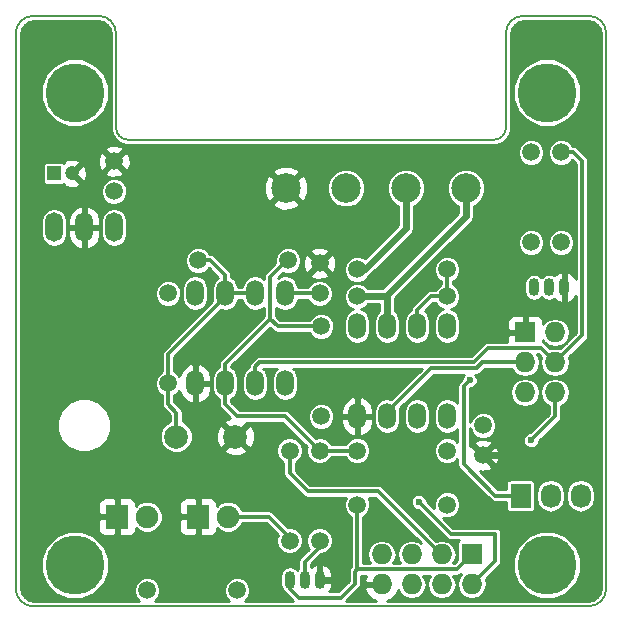
<source format=gbl>
G04 #@! TF.FileFunction,Copper,L2,Bot,Signal*
%FSLAX46Y46*%
G04 Gerber Fmt 4.6, Leading zero omitted, Abs format (unit mm)*
G04 Created by KiCad (PCBNEW 4.0.7-e2-6376~58~ubuntu16.04.1) date Wed Aug  8 22:32:08 2018*
%MOMM*%
%LPD*%
G01*
G04 APERTURE LIST*
%ADD10C,0.100000*%
%ADD11C,0.150000*%
%ADD12O,1.501140X2.199640*%
%ADD13C,2.500000*%
%ADD14C,5.000000*%
%ADD15R,1.727200X1.727200*%
%ADD16O,1.727200X1.727200*%
%ADD17C,1.501140*%
%ADD18R,1.200000X1.200000*%
%ADD19C,1.200000*%
%ADD20C,1.500000*%
%ADD21R,1.727200X2.032000*%
%ADD22O,1.727200X2.032000*%
%ADD23O,0.899160X1.501140*%
%ADD24O,1.501140X2.499360*%
%ADD25R,1.900000X2.000000*%
%ADD26C,1.900000*%
%ADD27C,2.000000*%
%ADD28C,0.800000*%
%ADD29C,0.600000*%
%ADD30C,0.600000*%
%ADD31C,0.304800*%
%ADD32C,0.254000*%
G04 APERTURE END LIST*
D10*
D11*
X161950000Y-95350000D02*
X161950000Y-103350000D01*
X168950000Y-93850000D02*
X163450000Y-93850000D01*
X127450000Y-93850000D02*
X121950000Y-93850000D01*
X128950000Y-103350000D02*
X128950000Y-95350000D01*
X160950000Y-104350000D02*
X129950000Y-104350000D01*
X160950000Y-104350000D02*
G75*
G03X161950000Y-103350000I0J1000000D01*
G01*
X128950000Y-103350000D02*
G75*
G03X129950000Y-104350000I1000000J0D01*
G01*
X128950000Y-95350000D02*
G75*
G03X127450000Y-93850000I-1500000J0D01*
G01*
X163450000Y-93850000D02*
G75*
G03X161950000Y-95350000I0J-1500000D01*
G01*
X120450000Y-95350000D02*
X120450000Y-142350000D01*
X170450000Y-142350000D02*
X170450000Y-95350000D01*
X120450000Y-142350000D02*
G75*
G03X121950000Y-143850000I1500000J0D01*
G01*
X168950000Y-143850000D02*
G75*
G03X170450000Y-142350000I0J1500000D01*
G01*
X121950000Y-93850000D02*
G75*
G03X120450000Y-95350000I0J-1500000D01*
G01*
X170450000Y-95350000D02*
G75*
G03X168950000Y-93850000I-1500000J0D01*
G01*
X168950000Y-143850000D02*
X121950000Y-143850000D01*
D12*
X156972000Y-120142000D03*
X154432000Y-120142000D03*
X151892000Y-120142000D03*
X149352000Y-120142000D03*
X149352000Y-127762000D03*
X151892000Y-127762000D03*
X154432000Y-127762000D03*
X156972000Y-127762000D03*
D13*
X143330000Y-108450000D03*
X148410000Y-108450000D03*
X158570000Y-108450000D03*
X153490000Y-108450000D03*
D14*
X125450000Y-140350000D03*
X165450000Y-140350000D03*
X125450000Y-100350000D03*
D15*
X159050000Y-139450000D03*
D16*
X159050000Y-141990000D03*
X156510000Y-139450000D03*
X156510000Y-141990000D03*
X153970000Y-139450000D03*
X153970000Y-141990000D03*
X151430000Y-139450000D03*
X151430000Y-141990000D03*
D14*
X165450000Y-100350000D03*
D17*
X128778000Y-108712000D03*
X128778000Y-106172000D03*
X160020000Y-128524000D03*
X160020000Y-131064000D03*
D18*
X123710000Y-107188000D03*
D19*
X125210000Y-107188000D03*
D20*
X156972000Y-117602000D03*
X149352000Y-117602000D03*
D15*
X163576000Y-120650000D03*
D16*
X166116000Y-120650000D03*
X163576000Y-123190000D03*
X166116000Y-123190000D03*
X163576000Y-125730000D03*
X166116000Y-125730000D03*
D21*
X163195000Y-134493000D03*
D22*
X165735000Y-134493000D03*
X168275000Y-134493000D03*
D23*
X144907000Y-141605000D03*
X146177000Y-141605000D03*
X143637000Y-141605000D03*
D20*
X146177000Y-138303000D03*
X146177000Y-130683000D03*
X156972000Y-135255000D03*
X149352000Y-135255000D03*
X156972000Y-130683000D03*
X149352000Y-130683000D03*
D24*
X126238000Y-111760000D03*
X128778000Y-111760000D03*
X123698000Y-111760000D03*
D25*
X129032000Y-136271000D03*
D26*
X131572000Y-136271000D03*
D20*
X131572000Y-142494000D03*
X139192000Y-142494000D03*
X156972000Y-115316000D03*
X149352000Y-115316000D03*
D17*
X146177000Y-117348000D03*
X146177000Y-114808000D03*
D20*
X133350000Y-124968000D03*
X133350000Y-117348000D03*
D25*
X135890000Y-136271000D03*
D26*
X138430000Y-136271000D03*
D20*
X143510000Y-114554000D03*
X135890000Y-114554000D03*
X146304000Y-127762000D03*
X146304000Y-120142000D03*
D12*
X135636000Y-124968000D03*
X138176000Y-124968000D03*
X140716000Y-124968000D03*
X143256000Y-124968000D03*
X143256000Y-117348000D03*
X140716000Y-117348000D03*
X138176000Y-117348000D03*
X135636000Y-117348000D03*
D23*
X165608000Y-116840000D03*
X166878000Y-116840000D03*
X164338000Y-116840000D03*
D20*
X166624000Y-113030000D03*
X166624000Y-105410000D03*
X164084000Y-105410000D03*
X164084000Y-113030000D03*
X143637000Y-130683000D03*
X143637000Y-138303000D03*
D27*
X134048500Y-129476500D03*
X139048500Y-129476500D03*
D28*
X161992673Y-136611657D03*
X158496000Y-133858000D03*
X160655000Y-135636000D03*
X150495000Y-137160000D03*
X148209000Y-137287000D03*
X167640000Y-129540000D03*
X169672000Y-132588000D03*
X165989000Y-132461000D03*
X164719000Y-131064000D03*
D29*
X154559000Y-135001000D03*
X164084000Y-129794000D03*
X158877000Y-124714000D03*
D30*
X161630657Y-136611657D02*
X161992673Y-136611657D01*
X160655000Y-135636000D02*
X161630657Y-136611657D01*
X158496000Y-133858000D02*
X160274000Y-135636000D01*
X160274000Y-135636000D02*
X160655000Y-135636000D01*
X146177000Y-141605000D02*
X147193000Y-141605000D01*
X148209000Y-140589000D02*
X148209000Y-137287000D01*
X147193000Y-141605000D02*
X148209000Y-140589000D01*
X167640000Y-129540000D02*
X166116000Y-131064000D01*
X166116000Y-131064000D02*
X164719000Y-131064000D01*
X160020000Y-131064000D02*
X164719000Y-131064000D01*
X166116000Y-132588000D02*
X169672000Y-132588000D01*
X165989000Y-132461000D02*
X166116000Y-132588000D01*
X149352000Y-115316000D02*
X149987000Y-115316000D01*
X149987000Y-115316000D02*
X153490000Y-111813000D01*
X153490000Y-111813000D02*
X153490000Y-108450000D01*
X151892000Y-117602000D02*
X149352000Y-117602000D01*
X158570000Y-108450000D02*
X158570000Y-110797000D01*
X151892000Y-117475000D02*
X151892000Y-117602000D01*
X151892000Y-117602000D02*
X151892000Y-120142000D01*
X158570000Y-110797000D02*
X151892000Y-117475000D01*
X158570000Y-109654000D02*
X158570000Y-108450000D01*
D31*
X149352000Y-140716000D02*
X149352000Y-140462000D01*
X149352000Y-140462000D02*
X149352000Y-135255000D01*
X157797500Y-140716000D02*
X149352000Y-140716000D01*
X159050000Y-139463500D02*
X157797500Y-140716000D01*
X149161500Y-141922500D02*
X147955000Y-143129000D01*
X147955000Y-143129000D02*
X144399000Y-143129000D01*
X144399000Y-143129000D02*
X143637000Y-142367000D01*
X143637000Y-142367000D02*
X143637000Y-141605000D01*
X149161500Y-140906500D02*
X149161500Y-141922500D01*
X149352000Y-140716000D02*
X149161500Y-140906500D01*
X159050000Y-139450000D02*
X159050000Y-139463500D01*
X146177000Y-130683000D02*
X143256000Y-127762000D01*
X138176000Y-126746000D02*
X138176000Y-124968000D01*
X139192000Y-127762000D02*
X138176000Y-126746000D01*
X143256000Y-127762000D02*
X139192000Y-127762000D01*
X146304000Y-120142000D02*
X142621000Y-120142000D01*
X142621000Y-120142000D02*
X141986000Y-119507000D01*
X162354686Y-123190000D02*
X163576000Y-123190000D01*
X159467099Y-123694811D02*
X159971910Y-123190000D01*
X155609939Y-123694811D02*
X159467099Y-123694811D01*
X151892000Y-127412750D02*
X155609939Y-123694811D01*
X159971910Y-123190000D02*
X162354686Y-123190000D01*
X151892000Y-127762000D02*
X151892000Y-127412750D01*
X157280011Y-137722011D02*
X154559000Y-135001000D01*
X161036000Y-137722011D02*
X157280011Y-137722011D01*
X159050000Y-141990000D02*
X161036000Y-140004000D01*
X161036000Y-140004000D02*
X161036000Y-137722011D01*
X146177000Y-130683000D02*
X149352000Y-130683000D01*
X143510000Y-114554000D02*
X143383000Y-114554000D01*
X143383000Y-114554000D02*
X141986000Y-115951000D01*
X141986000Y-115951000D02*
X141986000Y-119507000D01*
X141986000Y-119507000D02*
X138176000Y-123317000D01*
X138176000Y-123317000D02*
X138176000Y-124968000D01*
X156510000Y-139450000D02*
X156468000Y-139450000D01*
X156468000Y-139450000D02*
X151130000Y-134112000D01*
X143637000Y-132588000D02*
X143637000Y-130683000D01*
X145161000Y-134112000D02*
X143637000Y-132588000D01*
X151130000Y-134112000D02*
X145161000Y-134112000D01*
X156510000Y-139450000D02*
X156150500Y-139450000D01*
X166116000Y-127762000D02*
X166116000Y-125730000D01*
X164084000Y-129794000D02*
X166116000Y-127762000D01*
X166116000Y-123190000D02*
X164899999Y-121973999D01*
X164899999Y-121973999D02*
X160474001Y-121973999D01*
X160474001Y-121973999D02*
X159258000Y-123190000D01*
X159258000Y-123190000D02*
X141089380Y-123190000D01*
X141089380Y-123190000D02*
X140716000Y-123563380D01*
X140716000Y-123563380D02*
X140716000Y-124968000D01*
X167640000Y-105410000D02*
X166624000Y-105410000D01*
X168402000Y-106172000D02*
X167640000Y-105410000D01*
X168402000Y-120904000D02*
X168402000Y-106172000D01*
X166116000Y-123190000D02*
X168402000Y-120904000D01*
X158369000Y-131826000D02*
X158369000Y-125222000D01*
X158369000Y-125222000D02*
X158877000Y-124714000D01*
X163195000Y-134493000D02*
X161036000Y-134493000D01*
X161036000Y-134493000D02*
X158369000Y-131826000D01*
X156972000Y-117602000D02*
X156972000Y-115316000D01*
X154432000Y-120142000D02*
X154432000Y-118745000D01*
X155575000Y-117602000D02*
X156972000Y-117602000D01*
X154432000Y-118745000D02*
X155575000Y-117602000D01*
X143256000Y-117348000D02*
X146177000Y-117348000D01*
X133350000Y-124968000D02*
X133350000Y-126746000D01*
X134048500Y-127444500D02*
X134048500Y-129476500D01*
X133350000Y-126746000D02*
X134048500Y-127444500D01*
X138176000Y-117348000D02*
X138176000Y-117697250D01*
X138176000Y-117697250D02*
X133350000Y-122523250D01*
X133350000Y-122523250D02*
X133350000Y-124968000D01*
X135890000Y-114554000D02*
X136906000Y-114554000D01*
X138176000Y-115824000D02*
X138176000Y-117348000D01*
X136906000Y-114554000D02*
X138176000Y-115824000D01*
X140716000Y-117348000D02*
X138176000Y-117348000D01*
X143637000Y-138303000D02*
X143637000Y-138049000D01*
X143637000Y-138049000D02*
X141859000Y-136271000D01*
X141859000Y-136271000D02*
X138430000Y-136271000D01*
X144907000Y-141605000D02*
X144907000Y-140081000D01*
X144907000Y-140081000D02*
X146177000Y-138811000D01*
X146177000Y-138811000D02*
X146177000Y-138303000D01*
D32*
G36*
X127846103Y-94393723D02*
X128181902Y-94618098D01*
X128406277Y-94953897D01*
X128494000Y-95394913D01*
X128494000Y-103350000D01*
X128502762Y-103394050D01*
X128502762Y-103438961D01*
X128578882Y-103821644D01*
X128646970Y-103986023D01*
X128863743Y-104310447D01*
X128989553Y-104436257D01*
X129313977Y-104653030D01*
X129478356Y-104721118D01*
X129861039Y-104797238D01*
X129905950Y-104797238D01*
X129950000Y-104806000D01*
X160950000Y-104806000D01*
X160994050Y-104797238D01*
X161038961Y-104797238D01*
X161421644Y-104721118D01*
X161586023Y-104653030D01*
X161910447Y-104436257D01*
X162036257Y-104310447D01*
X162253030Y-103986023D01*
X162321118Y-103821644D01*
X162397238Y-103438961D01*
X162397238Y-103394050D01*
X162406000Y-103350000D01*
X162406000Y-100920552D01*
X162568501Y-100920552D01*
X163006183Y-101979823D01*
X163815914Y-102790969D01*
X164874420Y-103230499D01*
X166020552Y-103231499D01*
X167079823Y-102793817D01*
X167890969Y-101984086D01*
X168330499Y-100925580D01*
X168331499Y-99779448D01*
X167893817Y-98720177D01*
X167084086Y-97909031D01*
X166025580Y-97469501D01*
X164879448Y-97468501D01*
X163820177Y-97906183D01*
X163009031Y-98715914D01*
X162569501Y-99774420D01*
X162568501Y-100920552D01*
X162406000Y-100920552D01*
X162406000Y-95394912D01*
X162493723Y-94953897D01*
X162718098Y-94618098D01*
X163053897Y-94393723D01*
X163494913Y-94306000D01*
X168905088Y-94306000D01*
X169346103Y-94393723D01*
X169681902Y-94618098D01*
X169906277Y-94953897D01*
X169994000Y-95394913D01*
X169994000Y-142305087D01*
X169906277Y-142746103D01*
X169681902Y-143081902D01*
X169346103Y-143306277D01*
X168905088Y-143394000D01*
X151897776Y-143394000D01*
X152318490Y-143196821D01*
X152712688Y-142764947D01*
X152820841Y-142503828D01*
X153065552Y-142870065D01*
X153469329Y-143139860D01*
X153945617Y-143234600D01*
X153994383Y-143234600D01*
X154470671Y-143139860D01*
X154874448Y-142870065D01*
X155144243Y-142466288D01*
X155238983Y-141990000D01*
X155144243Y-141513712D01*
X154967635Y-141249400D01*
X155512365Y-141249400D01*
X155335757Y-141513712D01*
X155241017Y-141990000D01*
X155335757Y-142466288D01*
X155605552Y-142870065D01*
X156009329Y-143139860D01*
X156485617Y-143234600D01*
X156534383Y-143234600D01*
X157010671Y-143139860D01*
X157414448Y-142870065D01*
X157684243Y-142466288D01*
X157778983Y-141990000D01*
X157684243Y-141513712D01*
X157507635Y-141249400D01*
X157797500Y-141249400D01*
X158001623Y-141208797D01*
X158142302Y-141114799D01*
X157875757Y-141513712D01*
X157781017Y-141990000D01*
X157875757Y-142466288D01*
X158145552Y-142870065D01*
X158549329Y-143139860D01*
X159025617Y-143234600D01*
X159074383Y-143234600D01*
X159550671Y-143139860D01*
X159954448Y-142870065D01*
X160224243Y-142466288D01*
X160318983Y-141990000D01*
X160233598Y-141560744D01*
X160873790Y-140920552D01*
X162568501Y-140920552D01*
X163006183Y-141979823D01*
X163815914Y-142790969D01*
X164874420Y-143230499D01*
X166020552Y-143231499D01*
X167079823Y-142793817D01*
X167890969Y-141984086D01*
X168330499Y-140925580D01*
X168331499Y-139779448D01*
X167893817Y-138720177D01*
X167084086Y-137909031D01*
X166025580Y-137469501D01*
X164879448Y-137468501D01*
X163820177Y-137906183D01*
X163009031Y-138715914D01*
X162569501Y-139774420D01*
X162568501Y-140920552D01*
X160873790Y-140920552D01*
X161413171Y-140381171D01*
X161528797Y-140208123D01*
X161569400Y-140004000D01*
X161569400Y-137722011D01*
X161528797Y-137517888D01*
X161413171Y-137344840D01*
X161240123Y-137229214D01*
X161036000Y-137188611D01*
X157500953Y-137188611D01*
X156664134Y-136351792D01*
X156746043Y-136385804D01*
X157195983Y-136386196D01*
X157611823Y-136214375D01*
X157930256Y-135896497D01*
X158102804Y-135480957D01*
X158103196Y-135031017D01*
X157931375Y-134615177D01*
X157613497Y-134296744D01*
X157197957Y-134124196D01*
X156748017Y-134123804D01*
X156332177Y-134295625D01*
X156013744Y-134613503D01*
X155841196Y-135029043D01*
X155840804Y-135478983D01*
X155875644Y-135563302D01*
X155240064Y-134927722D01*
X155240118Y-134866135D01*
X155136661Y-134615748D01*
X154945259Y-134424013D01*
X154695054Y-134320118D01*
X154424135Y-134319882D01*
X154173748Y-134423339D01*
X153982013Y-134614741D01*
X153878118Y-134864946D01*
X153877882Y-135135865D01*
X153981339Y-135386252D01*
X154172741Y-135577987D01*
X154422946Y-135681882D01*
X154485595Y-135681937D01*
X156902840Y-138099182D01*
X157075888Y-138214808D01*
X157280011Y-138255412D01*
X157280016Y-138255411D01*
X157997177Y-138255411D01*
X157915535Y-138307946D01*
X157828541Y-138435266D01*
X157797936Y-138586400D01*
X157797936Y-139961222D01*
X157576558Y-140182600D01*
X157512981Y-140182600D01*
X157684243Y-139926288D01*
X157778983Y-139450000D01*
X157684243Y-138973712D01*
X157414448Y-138569935D01*
X157010671Y-138300140D01*
X156534383Y-138205400D01*
X156485617Y-138205400D01*
X156062004Y-138289662D01*
X151507171Y-133734829D01*
X151334123Y-133619203D01*
X151130000Y-133578600D01*
X145381941Y-133578600D01*
X144170400Y-132367058D01*
X144170400Y-131686348D01*
X144276823Y-131642375D01*
X144595256Y-131324497D01*
X144767804Y-130908957D01*
X144768196Y-130459017D01*
X144596375Y-130043177D01*
X144278497Y-129724744D01*
X143862957Y-129552196D01*
X143413017Y-129551804D01*
X142997177Y-129723625D01*
X142678744Y-130041503D01*
X142506196Y-130457043D01*
X142505804Y-130906983D01*
X142677625Y-131322823D01*
X142995503Y-131641256D01*
X143103600Y-131686142D01*
X143103600Y-132588000D01*
X143144203Y-132792123D01*
X143259829Y-132965171D01*
X144783827Y-134489168D01*
X144783829Y-134489171D01*
X144887563Y-134558484D01*
X144956876Y-134604797D01*
X145161000Y-134645400D01*
X148380499Y-134645400D01*
X148221196Y-135029043D01*
X148220804Y-135478983D01*
X148392625Y-135894823D01*
X148710503Y-136213256D01*
X148818600Y-136258142D01*
X148818600Y-140495058D01*
X148784329Y-140529329D01*
X148668703Y-140702377D01*
X148628100Y-140906500D01*
X148628100Y-141701558D01*
X147734058Y-142595600D01*
X146996474Y-142595600D01*
X147130420Y-142438373D01*
X147261580Y-142032990D01*
X147261580Y-141732000D01*
X146304000Y-141732000D01*
X146304000Y-141752000D01*
X146050000Y-141752000D01*
X146050000Y-141732000D01*
X146030000Y-141732000D01*
X146030000Y-141478000D01*
X146050000Y-141478000D01*
X146050000Y-140386932D01*
X146304000Y-140386932D01*
X146304000Y-141478000D01*
X147261580Y-141478000D01*
X147261580Y-141177010D01*
X147130420Y-140771627D01*
X146854111Y-140447294D01*
X146470935Y-140260019D01*
X146304000Y-140386932D01*
X146050000Y-140386932D01*
X145883065Y-140260019D01*
X145499889Y-140447294D01*
X145440400Y-140517123D01*
X145440400Y-140301942D01*
X146308227Y-139434115D01*
X146400983Y-139434196D01*
X146816823Y-139262375D01*
X147135256Y-138944497D01*
X147307804Y-138528957D01*
X147308196Y-138079017D01*
X147136375Y-137663177D01*
X146818497Y-137344744D01*
X146402957Y-137172196D01*
X145953017Y-137171804D01*
X145537177Y-137343625D01*
X145218744Y-137661503D01*
X145046196Y-138077043D01*
X145045804Y-138526983D01*
X145217625Y-138942823D01*
X145254198Y-138979460D01*
X144529829Y-139703829D01*
X144414203Y-139876877D01*
X144373600Y-140081000D01*
X144373600Y-140658511D01*
X144319691Y-140694532D01*
X144272000Y-140765907D01*
X144224309Y-140694532D01*
X143954849Y-140514485D01*
X143637000Y-140451261D01*
X143319151Y-140514485D01*
X143049691Y-140694532D01*
X142869644Y-140963992D01*
X142806420Y-141281841D01*
X142806420Y-141928159D01*
X142869644Y-142246008D01*
X143049691Y-142515468D01*
X143153251Y-142584664D01*
X143259829Y-142744171D01*
X143909658Y-143394000D01*
X139891302Y-143394000D01*
X140150256Y-143135497D01*
X140322804Y-142719957D01*
X140323196Y-142270017D01*
X140151375Y-141854177D01*
X139833497Y-141535744D01*
X139417957Y-141363196D01*
X138968017Y-141362804D01*
X138552177Y-141534625D01*
X138233744Y-141852503D01*
X138061196Y-142268043D01*
X138060804Y-142717983D01*
X138232625Y-143133823D01*
X138492349Y-143394000D01*
X132271302Y-143394000D01*
X132530256Y-143135497D01*
X132702804Y-142719957D01*
X132703196Y-142270017D01*
X132531375Y-141854177D01*
X132213497Y-141535744D01*
X131797957Y-141363196D01*
X131348017Y-141362804D01*
X130932177Y-141534625D01*
X130613744Y-141852503D01*
X130441196Y-142268043D01*
X130440804Y-142717983D01*
X130612625Y-143133823D01*
X130872349Y-143394000D01*
X121994913Y-143394000D01*
X121553897Y-143306277D01*
X121218098Y-143081902D01*
X120993723Y-142746103D01*
X120906000Y-142305088D01*
X120906000Y-140920552D01*
X122568501Y-140920552D01*
X123006183Y-141979823D01*
X123815914Y-142790969D01*
X124874420Y-143230499D01*
X126020552Y-143231499D01*
X127079823Y-142793817D01*
X127890969Y-141984086D01*
X128330499Y-140925580D01*
X128331499Y-139779448D01*
X127893817Y-138720177D01*
X127084086Y-137909031D01*
X126025580Y-137469501D01*
X124879448Y-137468501D01*
X123820177Y-137906183D01*
X123009031Y-138715914D01*
X122569501Y-139774420D01*
X122568501Y-140920552D01*
X120906000Y-140920552D01*
X120906000Y-136556750D01*
X127447000Y-136556750D01*
X127447000Y-137397309D01*
X127543673Y-137630698D01*
X127722301Y-137809327D01*
X127955690Y-137906000D01*
X128746250Y-137906000D01*
X128905000Y-137747250D01*
X128905000Y-136398000D01*
X127605750Y-136398000D01*
X127447000Y-136556750D01*
X120906000Y-136556750D01*
X120906000Y-135144691D01*
X127447000Y-135144691D01*
X127447000Y-135985250D01*
X127605750Y-136144000D01*
X128905000Y-136144000D01*
X128905000Y-134794750D01*
X129159000Y-134794750D01*
X129159000Y-136144000D01*
X129179000Y-136144000D01*
X129179000Y-136398000D01*
X129159000Y-136398000D01*
X129159000Y-137747250D01*
X129317750Y-137906000D01*
X130108310Y-137906000D01*
X130341699Y-137809327D01*
X130520327Y-137630698D01*
X130617000Y-137397309D01*
X130617000Y-137198295D01*
X130817065Y-137398709D01*
X131306086Y-137601769D01*
X131835591Y-137602231D01*
X132324966Y-137400025D01*
X132699709Y-137025935D01*
X132894532Y-136556750D01*
X134305000Y-136556750D01*
X134305000Y-137397309D01*
X134401673Y-137630698D01*
X134580301Y-137809327D01*
X134813690Y-137906000D01*
X135604250Y-137906000D01*
X135763000Y-137747250D01*
X135763000Y-136398000D01*
X134463750Y-136398000D01*
X134305000Y-136556750D01*
X132894532Y-136556750D01*
X132902769Y-136536914D01*
X132903231Y-136007409D01*
X132701025Y-135518034D01*
X132328333Y-135144691D01*
X134305000Y-135144691D01*
X134305000Y-135985250D01*
X134463750Y-136144000D01*
X135763000Y-136144000D01*
X135763000Y-134794750D01*
X136017000Y-134794750D01*
X136017000Y-136144000D01*
X136037000Y-136144000D01*
X136037000Y-136398000D01*
X136017000Y-136398000D01*
X136017000Y-137747250D01*
X136175750Y-137906000D01*
X136966310Y-137906000D01*
X137199699Y-137809327D01*
X137378327Y-137630698D01*
X137475000Y-137397309D01*
X137475000Y-137198295D01*
X137675065Y-137398709D01*
X138164086Y-137601769D01*
X138693591Y-137602231D01*
X139182966Y-137400025D01*
X139557709Y-137025935D01*
X139649699Y-136804400D01*
X141638058Y-136804400D01*
X142624880Y-137791222D01*
X142506196Y-138077043D01*
X142505804Y-138526983D01*
X142677625Y-138942823D01*
X142995503Y-139261256D01*
X143411043Y-139433804D01*
X143860983Y-139434196D01*
X144276823Y-139262375D01*
X144595256Y-138944497D01*
X144767804Y-138528957D01*
X144768196Y-138079017D01*
X144596375Y-137663177D01*
X144278497Y-137344744D01*
X143862957Y-137172196D01*
X143514234Y-137171892D01*
X142236171Y-135893829D01*
X142063123Y-135778203D01*
X141859000Y-135737600D01*
X139649748Y-135737600D01*
X139559025Y-135518034D01*
X139184935Y-135143291D01*
X138695914Y-134940231D01*
X138166409Y-134939769D01*
X137677034Y-135141975D01*
X137475000Y-135343657D01*
X137475000Y-135144691D01*
X137378327Y-134911302D01*
X137199699Y-134732673D01*
X136966310Y-134636000D01*
X136175750Y-134636000D01*
X136017000Y-134794750D01*
X135763000Y-134794750D01*
X135604250Y-134636000D01*
X134813690Y-134636000D01*
X134580301Y-134732673D01*
X134401673Y-134911302D01*
X134305000Y-135144691D01*
X132328333Y-135144691D01*
X132326935Y-135143291D01*
X131837914Y-134940231D01*
X131308409Y-134939769D01*
X130819034Y-135141975D01*
X130617000Y-135343657D01*
X130617000Y-135144691D01*
X130520327Y-134911302D01*
X130341699Y-134732673D01*
X130108310Y-134636000D01*
X129317750Y-134636000D01*
X129159000Y-134794750D01*
X128905000Y-134794750D01*
X128746250Y-134636000D01*
X127955690Y-134636000D01*
X127722301Y-134732673D01*
X127543673Y-134911302D01*
X127447000Y-135144691D01*
X120906000Y-135144691D01*
X120906000Y-128975713D01*
X123956685Y-128975713D01*
X124303203Y-129814350D01*
X124944276Y-130456542D01*
X125782306Y-130804523D01*
X126689713Y-130805315D01*
X127528350Y-130458797D01*
X128170542Y-129817724D01*
X128518523Y-128979694D01*
X128519315Y-128072287D01*
X128172797Y-127233650D01*
X127531724Y-126591458D01*
X126693694Y-126243477D01*
X125786287Y-126242685D01*
X124947650Y-126589203D01*
X124305458Y-127230276D01*
X123957477Y-128068306D01*
X123956685Y-128975713D01*
X120906000Y-128975713D01*
X120906000Y-125191983D01*
X132218804Y-125191983D01*
X132390625Y-125607823D01*
X132708503Y-125926256D01*
X132816600Y-125971142D01*
X132816600Y-126746000D01*
X132857203Y-126950123D01*
X132972829Y-127123171D01*
X133515100Y-127665442D01*
X133515100Y-128202653D01*
X133267249Y-128305063D01*
X132878428Y-128693205D01*
X132667741Y-129200597D01*
X132667261Y-129749993D01*
X132877063Y-130257751D01*
X133265205Y-130646572D01*
X133772597Y-130857259D01*
X134321993Y-130857739D01*
X134829751Y-130647937D01*
X134848689Y-130629032D01*
X138075573Y-130629032D01*
X138174236Y-130895887D01*
X138783961Y-131122408D01*
X139433960Y-131098356D01*
X139922764Y-130895887D01*
X140021427Y-130629032D01*
X139048500Y-129656105D01*
X138075573Y-130629032D01*
X134848689Y-130629032D01*
X135218572Y-130259795D01*
X135429259Y-129752403D01*
X135429731Y-129211961D01*
X137402592Y-129211961D01*
X137426644Y-129861960D01*
X137629113Y-130350764D01*
X137895968Y-130449427D01*
X138868895Y-129476500D01*
X139228105Y-129476500D01*
X140201032Y-130449427D01*
X140467887Y-130350764D01*
X140694408Y-129741039D01*
X140670356Y-129091040D01*
X140467887Y-128602236D01*
X140201032Y-128503573D01*
X139228105Y-129476500D01*
X138868895Y-129476500D01*
X137895968Y-128503573D01*
X137629113Y-128602236D01*
X137402592Y-129211961D01*
X135429731Y-129211961D01*
X135429739Y-129203007D01*
X135219937Y-128695249D01*
X134831795Y-128306428D01*
X134581900Y-128202663D01*
X134581900Y-127444500D01*
X134541297Y-127240377D01*
X134425671Y-127067329D01*
X133883400Y-126525058D01*
X133883400Y-125971348D01*
X133989823Y-125927375D01*
X134301372Y-125616369D01*
X134404501Y-125964817D01*
X134746056Y-126386798D01*
X135223097Y-126645950D01*
X135294725Y-126660133D01*
X135509000Y-126537479D01*
X135509000Y-125095000D01*
X135763000Y-125095000D01*
X135763000Y-126537479D01*
X135977275Y-126660133D01*
X136048903Y-126645950D01*
X136525944Y-126386798D01*
X136867499Y-125964817D01*
X137021570Y-125444250D01*
X137021570Y-125095000D01*
X135763000Y-125095000D01*
X135509000Y-125095000D01*
X135489000Y-125095000D01*
X135489000Y-124841000D01*
X135509000Y-124841000D01*
X135509000Y-123398521D01*
X135763000Y-123398521D01*
X135763000Y-124841000D01*
X137021570Y-124841000D01*
X137021570Y-124491750D01*
X136867499Y-123971183D01*
X136525944Y-123549202D01*
X136048903Y-123290050D01*
X135977275Y-123275867D01*
X135763000Y-123398521D01*
X135509000Y-123398521D01*
X135294725Y-123275867D01*
X135223097Y-123290050D01*
X134746056Y-123549202D01*
X134404501Y-123971183D01*
X134301251Y-124320039D01*
X133991497Y-124009744D01*
X133883400Y-123964858D01*
X133883400Y-122744192D01*
X137837161Y-118790431D01*
X138176000Y-118857831D01*
X138609033Y-118771695D01*
X138976141Y-118526402D01*
X139221434Y-118159294D01*
X139276711Y-117881400D01*
X139615289Y-117881400D01*
X139670566Y-118159294D01*
X139915859Y-118526402D01*
X140282967Y-118771695D01*
X140716000Y-118857831D01*
X141149033Y-118771695D01*
X141452600Y-118568859D01*
X141452600Y-119286058D01*
X137798829Y-122939829D01*
X137683203Y-123112877D01*
X137642600Y-123317000D01*
X137642600Y-123611368D01*
X137375859Y-123789598D01*
X137130566Y-124156706D01*
X137044430Y-124589739D01*
X137044430Y-125346261D01*
X137130566Y-125779294D01*
X137375859Y-126146402D01*
X137642600Y-126324632D01*
X137642600Y-126746000D01*
X137683203Y-126950123D01*
X137798829Y-127123171D01*
X138569180Y-127893522D01*
X138174236Y-128057113D01*
X138075573Y-128323968D01*
X139048500Y-129296895D01*
X140021427Y-128323968D01*
X140010865Y-128295400D01*
X143035058Y-128295400D01*
X145090355Y-130350697D01*
X145046196Y-130457043D01*
X145045804Y-130906983D01*
X145217625Y-131322823D01*
X145535503Y-131641256D01*
X145951043Y-131813804D01*
X146400983Y-131814196D01*
X146816823Y-131642375D01*
X147135256Y-131324497D01*
X147180142Y-131216400D01*
X148348652Y-131216400D01*
X148392625Y-131322823D01*
X148710503Y-131641256D01*
X149126043Y-131813804D01*
X149575983Y-131814196D01*
X149991823Y-131642375D01*
X150310256Y-131324497D01*
X150482804Y-130908957D01*
X150483196Y-130459017D01*
X150311375Y-130043177D01*
X149993497Y-129724744D01*
X149577957Y-129552196D01*
X149128017Y-129551804D01*
X148712177Y-129723625D01*
X148393744Y-130041503D01*
X148348858Y-130149600D01*
X147180348Y-130149600D01*
X147136375Y-130043177D01*
X146818497Y-129724744D01*
X146402957Y-129552196D01*
X145953017Y-129551804D01*
X145844843Y-129596501D01*
X144234325Y-127985983D01*
X145172804Y-127985983D01*
X145344625Y-128401823D01*
X145662503Y-128720256D01*
X146078043Y-128892804D01*
X146527983Y-128893196D01*
X146943823Y-128721375D01*
X147262256Y-128403497D01*
X147434804Y-127987957D01*
X147434890Y-127889000D01*
X147966430Y-127889000D01*
X147966430Y-128238250D01*
X148120501Y-128758817D01*
X148462056Y-129180798D01*
X148939097Y-129439950D01*
X149010725Y-129454133D01*
X149225000Y-129331479D01*
X149225000Y-127889000D01*
X149479000Y-127889000D01*
X149479000Y-129331479D01*
X149693275Y-129454133D01*
X149764903Y-129439950D01*
X150241944Y-129180798D01*
X150583499Y-128758817D01*
X150737570Y-128238250D01*
X150737570Y-127889000D01*
X149479000Y-127889000D01*
X149225000Y-127889000D01*
X147966430Y-127889000D01*
X147434890Y-127889000D01*
X147435196Y-127538017D01*
X147330962Y-127285750D01*
X147966430Y-127285750D01*
X147966430Y-127635000D01*
X149225000Y-127635000D01*
X149225000Y-126192521D01*
X149479000Y-126192521D01*
X149479000Y-127635000D01*
X150737570Y-127635000D01*
X150737570Y-127285750D01*
X150583499Y-126765183D01*
X150241944Y-126343202D01*
X149764903Y-126084050D01*
X149693275Y-126069867D01*
X149479000Y-126192521D01*
X149225000Y-126192521D01*
X149010725Y-126069867D01*
X148939097Y-126084050D01*
X148462056Y-126343202D01*
X148120501Y-126765183D01*
X147966430Y-127285750D01*
X147330962Y-127285750D01*
X147263375Y-127122177D01*
X146945497Y-126803744D01*
X146529957Y-126631196D01*
X146080017Y-126630804D01*
X145664177Y-126802625D01*
X145345744Y-127120503D01*
X145173196Y-127536043D01*
X145172804Y-127985983D01*
X144234325Y-127985983D01*
X143633171Y-127384829D01*
X143460123Y-127269203D01*
X143256000Y-127228600D01*
X139412942Y-127228600D01*
X138709400Y-126525058D01*
X138709400Y-126324632D01*
X138976141Y-126146402D01*
X139221434Y-125779294D01*
X139307570Y-125346261D01*
X139307570Y-124589739D01*
X139584430Y-124589739D01*
X139584430Y-125346261D01*
X139670566Y-125779294D01*
X139915859Y-126146402D01*
X140282967Y-126391695D01*
X140716000Y-126477831D01*
X141149033Y-126391695D01*
X141516141Y-126146402D01*
X141761434Y-125779294D01*
X141847570Y-125346261D01*
X141847570Y-124589739D01*
X141761434Y-124156706D01*
X141516141Y-123789598D01*
X141417068Y-123723400D01*
X142554932Y-123723400D01*
X142455859Y-123789598D01*
X142210566Y-124156706D01*
X142124430Y-124589739D01*
X142124430Y-125346261D01*
X142210566Y-125779294D01*
X142455859Y-126146402D01*
X142822967Y-126391695D01*
X143256000Y-126477831D01*
X143689033Y-126391695D01*
X144056141Y-126146402D01*
X144301434Y-125779294D01*
X144387570Y-125346261D01*
X144387570Y-124589739D01*
X144301434Y-124156706D01*
X144056141Y-123789598D01*
X143957068Y-123723400D01*
X154827008Y-123723400D01*
X152230839Y-126319569D01*
X151892000Y-126252169D01*
X151458967Y-126338305D01*
X151091859Y-126583598D01*
X150846566Y-126950706D01*
X150760430Y-127383739D01*
X150760430Y-128140261D01*
X150846566Y-128573294D01*
X151091859Y-128940402D01*
X151458967Y-129185695D01*
X151892000Y-129271831D01*
X152325033Y-129185695D01*
X152692141Y-128940402D01*
X152937434Y-128573294D01*
X153023570Y-128140261D01*
X153023570Y-127383739D01*
X153300430Y-127383739D01*
X153300430Y-128140261D01*
X153386566Y-128573294D01*
X153631859Y-128940402D01*
X153998967Y-129185695D01*
X154432000Y-129271831D01*
X154865033Y-129185695D01*
X155232141Y-128940402D01*
X155477434Y-128573294D01*
X155563570Y-128140261D01*
X155563570Y-127383739D01*
X155477434Y-126950706D01*
X155232141Y-126583598D01*
X154865033Y-126338305D01*
X154432000Y-126252169D01*
X153998967Y-126338305D01*
X153631859Y-126583598D01*
X153386566Y-126950706D01*
X153300430Y-127383739D01*
X153023570Y-127383739D01*
X152965797Y-127093295D01*
X155830881Y-124228211D01*
X158399716Y-124228211D01*
X158300013Y-124327741D01*
X158196118Y-124577946D01*
X158196063Y-124640595D01*
X157991829Y-124844829D01*
X157876203Y-125017877D01*
X157835600Y-125222000D01*
X157835600Y-126678571D01*
X157772141Y-126583598D01*
X157405033Y-126338305D01*
X156972000Y-126252169D01*
X156538967Y-126338305D01*
X156171859Y-126583598D01*
X155926566Y-126950706D01*
X155840430Y-127383739D01*
X155840430Y-128140261D01*
X155926566Y-128573294D01*
X156171859Y-128940402D01*
X156538967Y-129185695D01*
X156972000Y-129271831D01*
X157405033Y-129185695D01*
X157772141Y-128940402D01*
X157835600Y-128845429D01*
X157835600Y-129947235D01*
X157613497Y-129724744D01*
X157197957Y-129552196D01*
X156748017Y-129551804D01*
X156332177Y-129723625D01*
X156013744Y-130041503D01*
X155841196Y-130457043D01*
X155840804Y-130906983D01*
X156012625Y-131322823D01*
X156330503Y-131641256D01*
X156746043Y-131813804D01*
X157195983Y-131814196D01*
X157611823Y-131642375D01*
X157835600Y-131418988D01*
X157835600Y-131826000D01*
X157876203Y-132030123D01*
X157991829Y-132203171D01*
X160658827Y-134870168D01*
X160658829Y-134870171D01*
X160762991Y-134939769D01*
X160831877Y-134985797D01*
X161036000Y-135026401D01*
X161036005Y-135026400D01*
X161942936Y-135026400D01*
X161942936Y-135509000D01*
X161969503Y-135650190D01*
X162052946Y-135779865D01*
X162180266Y-135866859D01*
X162331400Y-135897464D01*
X164058600Y-135897464D01*
X164199790Y-135870897D01*
X164329465Y-135787454D01*
X164416459Y-135660134D01*
X164447064Y-135509000D01*
X164447064Y-134313231D01*
X164490400Y-134313231D01*
X164490400Y-134672769D01*
X164585140Y-135149057D01*
X164854935Y-135552834D01*
X165258712Y-135822629D01*
X165735000Y-135917369D01*
X166211288Y-135822629D01*
X166615065Y-135552834D01*
X166884860Y-135149057D01*
X166979600Y-134672769D01*
X166979600Y-134313231D01*
X167030400Y-134313231D01*
X167030400Y-134672769D01*
X167125140Y-135149057D01*
X167394935Y-135552834D01*
X167798712Y-135822629D01*
X168275000Y-135917369D01*
X168751288Y-135822629D01*
X169155065Y-135552834D01*
X169424860Y-135149057D01*
X169519600Y-134672769D01*
X169519600Y-134313231D01*
X169424860Y-133836943D01*
X169155065Y-133433166D01*
X168751288Y-133163371D01*
X168275000Y-133068631D01*
X167798712Y-133163371D01*
X167394935Y-133433166D01*
X167125140Y-133836943D01*
X167030400Y-134313231D01*
X166979600Y-134313231D01*
X166884860Y-133836943D01*
X166615065Y-133433166D01*
X166211288Y-133163371D01*
X165735000Y-133068631D01*
X165258712Y-133163371D01*
X164854935Y-133433166D01*
X164585140Y-133836943D01*
X164490400Y-134313231D01*
X164447064Y-134313231D01*
X164447064Y-133477000D01*
X164420497Y-133335810D01*
X164337054Y-133206135D01*
X164209734Y-133119141D01*
X164058600Y-133088536D01*
X162331400Y-133088536D01*
X162190210Y-133115103D01*
X162060535Y-133198546D01*
X161973541Y-133325866D01*
X161942936Y-133477000D01*
X161942936Y-133959600D01*
X161256941Y-133959600D01*
X159728202Y-132430861D01*
X159815034Y-132461767D01*
X160365538Y-132433805D01*
X160744265Y-132276931D01*
X160812325Y-132035930D01*
X160020000Y-131243605D01*
X160005858Y-131257748D01*
X159826253Y-131078143D01*
X159840395Y-131064000D01*
X160199605Y-131064000D01*
X160991930Y-131856325D01*
X161232931Y-131788265D01*
X161417767Y-131268966D01*
X161389805Y-130718462D01*
X161232931Y-130339735D01*
X160991930Y-130271675D01*
X160199605Y-131064000D01*
X159840395Y-131064000D01*
X159048070Y-130271675D01*
X158902400Y-130312813D01*
X158902400Y-130092070D01*
X159227675Y-130092070D01*
X160020000Y-130884395D01*
X160812325Y-130092070D01*
X160766236Y-129928865D01*
X163402882Y-129928865D01*
X163506339Y-130179252D01*
X163697741Y-130370987D01*
X163947946Y-130474882D01*
X164218865Y-130475118D01*
X164469252Y-130371661D01*
X164660987Y-130180259D01*
X164764882Y-129930054D01*
X164764937Y-129867405D01*
X166493171Y-128139171D01*
X166608797Y-127966123D01*
X166649400Y-127762000D01*
X166649400Y-126857991D01*
X167020448Y-126610065D01*
X167290243Y-126206288D01*
X167384983Y-125730000D01*
X167290243Y-125253712D01*
X167020448Y-124849935D01*
X166616671Y-124580140D01*
X166140383Y-124485400D01*
X166091617Y-124485400D01*
X165615329Y-124580140D01*
X165211552Y-124849935D01*
X164941757Y-125253712D01*
X164847017Y-125730000D01*
X164941757Y-126206288D01*
X165211552Y-126610065D01*
X165582600Y-126857991D01*
X165582600Y-127541058D01*
X164010722Y-129112936D01*
X163949135Y-129112882D01*
X163698748Y-129216339D01*
X163507013Y-129407741D01*
X163403118Y-129657946D01*
X163402882Y-129928865D01*
X160766236Y-129928865D01*
X160744265Y-129851069D01*
X160224966Y-129666233D01*
X159674462Y-129694195D01*
X159295735Y-129851069D01*
X159227675Y-130092070D01*
X158902400Y-130092070D01*
X158902400Y-128782380D01*
X159060142Y-129164146D01*
X159378180Y-129482739D01*
X159793929Y-129655373D01*
X160244096Y-129655766D01*
X160660146Y-129483858D01*
X160978739Y-129165820D01*
X161151373Y-128750071D01*
X161151766Y-128299904D01*
X160979858Y-127883854D01*
X160661820Y-127565261D01*
X160246071Y-127392627D01*
X159795904Y-127392234D01*
X159379854Y-127564142D01*
X159061261Y-127882180D01*
X158902400Y-128264760D01*
X158902400Y-125730000D01*
X162307017Y-125730000D01*
X162401757Y-126206288D01*
X162671552Y-126610065D01*
X163075329Y-126879860D01*
X163551617Y-126974600D01*
X163600383Y-126974600D01*
X164076671Y-126879860D01*
X164480448Y-126610065D01*
X164750243Y-126206288D01*
X164844983Y-125730000D01*
X164750243Y-125253712D01*
X164480448Y-124849935D01*
X164076671Y-124580140D01*
X163600383Y-124485400D01*
X163551617Y-124485400D01*
X163075329Y-124580140D01*
X162671552Y-124849935D01*
X162401757Y-125253712D01*
X162307017Y-125730000D01*
X158902400Y-125730000D01*
X158902400Y-125442942D01*
X158950277Y-125395064D01*
X159011865Y-125395118D01*
X159262252Y-125291661D01*
X159453987Y-125100259D01*
X159557882Y-124850054D01*
X159558118Y-124579135D01*
X159454661Y-124328748D01*
X159354299Y-124228211D01*
X159467099Y-124228211D01*
X159671222Y-124187608D01*
X159844270Y-124071982D01*
X160192851Y-123723400D01*
X162439918Y-123723400D01*
X162671552Y-124070065D01*
X163075329Y-124339860D01*
X163551617Y-124434600D01*
X163600383Y-124434600D01*
X164076671Y-124339860D01*
X164480448Y-124070065D01*
X164750243Y-123666288D01*
X164844983Y-123190000D01*
X164750243Y-122713712D01*
X164612389Y-122507399D01*
X164679057Y-122507399D01*
X164932402Y-122760744D01*
X164847017Y-123190000D01*
X164941757Y-123666288D01*
X165211552Y-124070065D01*
X165615329Y-124339860D01*
X166091617Y-124434600D01*
X166140383Y-124434600D01*
X166616671Y-124339860D01*
X167020448Y-124070065D01*
X167290243Y-123666288D01*
X167384983Y-123190000D01*
X167299598Y-122760744D01*
X168779171Y-121281171D01*
X168894797Y-121108123D01*
X168935400Y-120904000D01*
X168935400Y-106172005D01*
X168935401Y-106172000D01*
X168894797Y-105967877D01*
X168779171Y-105794829D01*
X168017171Y-105032829D01*
X167844123Y-104917203D01*
X167640000Y-104876600D01*
X167627348Y-104876600D01*
X167583375Y-104770177D01*
X167265497Y-104451744D01*
X166849957Y-104279196D01*
X166400017Y-104278804D01*
X165984177Y-104450625D01*
X165665744Y-104768503D01*
X165493196Y-105184043D01*
X165492804Y-105633983D01*
X165664625Y-106049823D01*
X165982503Y-106368256D01*
X166398043Y-106540804D01*
X166847983Y-106541196D01*
X167263823Y-106369375D01*
X167554681Y-106079023D01*
X167868600Y-106392942D01*
X167868600Y-116121541D01*
X167831420Y-116006627D01*
X167555111Y-115682294D01*
X167171935Y-115495019D01*
X167005000Y-115621932D01*
X167005000Y-116713000D01*
X167025000Y-116713000D01*
X167025000Y-116967000D01*
X167005000Y-116967000D01*
X167005000Y-118058068D01*
X167171935Y-118184981D01*
X167555111Y-117997706D01*
X167831420Y-117673373D01*
X167868600Y-117558459D01*
X167868600Y-120683058D01*
X166528964Y-122022694D01*
X166140383Y-121945400D01*
X166091617Y-121945400D01*
X165703036Y-122022694D01*
X165277170Y-121596828D01*
X165104122Y-121481202D01*
X165074600Y-121475330D01*
X165074600Y-121325102D01*
X165211552Y-121530065D01*
X165615329Y-121799860D01*
X166091617Y-121894600D01*
X166140383Y-121894600D01*
X166616671Y-121799860D01*
X167020448Y-121530065D01*
X167290243Y-121126288D01*
X167384983Y-120650000D01*
X167290243Y-120173712D01*
X167020448Y-119769935D01*
X166616671Y-119500140D01*
X166140383Y-119405400D01*
X166091617Y-119405400D01*
X165615329Y-119500140D01*
X165211552Y-119769935D01*
X165074600Y-119974898D01*
X165074600Y-119660090D01*
X164977927Y-119426701D01*
X164799298Y-119248073D01*
X164565909Y-119151400D01*
X163861750Y-119151400D01*
X163703000Y-119310150D01*
X163703000Y-120523000D01*
X163723000Y-120523000D01*
X163723000Y-120777000D01*
X163703000Y-120777000D01*
X163703000Y-120797000D01*
X163449000Y-120797000D01*
X163449000Y-120777000D01*
X162236150Y-120777000D01*
X162077400Y-120935750D01*
X162077400Y-121440599D01*
X160474001Y-121440599D01*
X160269878Y-121481202D01*
X160096830Y-121596828D01*
X159037058Y-122656600D01*
X141089380Y-122656600D01*
X140885257Y-122697203D01*
X140712209Y-122812829D01*
X140338829Y-123186209D01*
X140223203Y-123359257D01*
X140182600Y-123563380D01*
X140182600Y-123611368D01*
X139915859Y-123789598D01*
X139670566Y-124156706D01*
X139584430Y-124589739D01*
X139307570Y-124589739D01*
X139221434Y-124156706D01*
X138976141Y-123789598D01*
X138709400Y-123611368D01*
X138709400Y-123537942D01*
X141986000Y-120261342D01*
X142243827Y-120519168D01*
X142243829Y-120519171D01*
X142400030Y-120623540D01*
X142416877Y-120634797D01*
X142621000Y-120675401D01*
X142621005Y-120675400D01*
X145300652Y-120675400D01*
X145344625Y-120781823D01*
X145662503Y-121100256D01*
X146078043Y-121272804D01*
X146527983Y-121273196D01*
X146943823Y-121101375D01*
X147262256Y-120783497D01*
X147434804Y-120367957D01*
X147435196Y-119918017D01*
X147371450Y-119763739D01*
X148220430Y-119763739D01*
X148220430Y-120520261D01*
X148306566Y-120953294D01*
X148551859Y-121320402D01*
X148918967Y-121565695D01*
X149352000Y-121651831D01*
X149785033Y-121565695D01*
X150152141Y-121320402D01*
X150397434Y-120953294D01*
X150483570Y-120520261D01*
X150483570Y-119763739D01*
X150397434Y-119330706D01*
X150152141Y-118963598D01*
X149785033Y-118718305D01*
X149668245Y-118695074D01*
X149991823Y-118561375D01*
X150270684Y-118283000D01*
X151211000Y-118283000D01*
X151211000Y-118883991D01*
X151091859Y-118963598D01*
X150846566Y-119330706D01*
X150760430Y-119763739D01*
X150760430Y-120520261D01*
X150846566Y-120953294D01*
X151091859Y-121320402D01*
X151458967Y-121565695D01*
X151892000Y-121651831D01*
X152325033Y-121565695D01*
X152692141Y-121320402D01*
X152937434Y-120953294D01*
X153023570Y-120520261D01*
X153023570Y-119763739D01*
X153300430Y-119763739D01*
X153300430Y-120520261D01*
X153386566Y-120953294D01*
X153631859Y-121320402D01*
X153998967Y-121565695D01*
X154432000Y-121651831D01*
X154865033Y-121565695D01*
X155232141Y-121320402D01*
X155477434Y-120953294D01*
X155563570Y-120520261D01*
X155563570Y-119763739D01*
X155477434Y-119330706D01*
X155232141Y-118963598D01*
X155073646Y-118857696D01*
X155795942Y-118135400D01*
X155968652Y-118135400D01*
X156012625Y-118241823D01*
X156330503Y-118560256D01*
X156655366Y-118695152D01*
X156538967Y-118718305D01*
X156171859Y-118963598D01*
X155926566Y-119330706D01*
X155840430Y-119763739D01*
X155840430Y-120520261D01*
X155926566Y-120953294D01*
X156171859Y-121320402D01*
X156538967Y-121565695D01*
X156972000Y-121651831D01*
X157405033Y-121565695D01*
X157772141Y-121320402D01*
X158017434Y-120953294D01*
X158103570Y-120520261D01*
X158103570Y-119763739D01*
X158082953Y-119660090D01*
X162077400Y-119660090D01*
X162077400Y-120364250D01*
X162236150Y-120523000D01*
X163449000Y-120523000D01*
X163449000Y-119310150D01*
X163290250Y-119151400D01*
X162586091Y-119151400D01*
X162352702Y-119248073D01*
X162174073Y-119426701D01*
X162077400Y-119660090D01*
X158082953Y-119660090D01*
X158017434Y-119330706D01*
X157772141Y-118963598D01*
X157405033Y-118718305D01*
X157288245Y-118695074D01*
X157611823Y-118561375D01*
X157930256Y-118243497D01*
X158102804Y-117827957D01*
X158103196Y-117378017D01*
X157931375Y-116962177D01*
X157613497Y-116643744D01*
X157505400Y-116598858D01*
X157505400Y-116516841D01*
X163507420Y-116516841D01*
X163507420Y-117163159D01*
X163570644Y-117481008D01*
X163750691Y-117750468D01*
X164020151Y-117930515D01*
X164338000Y-117993739D01*
X164655849Y-117930515D01*
X164925309Y-117750468D01*
X164973000Y-117679093D01*
X165020691Y-117750468D01*
X165290151Y-117930515D01*
X165608000Y-117993739D01*
X165925849Y-117930515D01*
X166064641Y-117837777D01*
X166200889Y-117997706D01*
X166584065Y-118184981D01*
X166751000Y-118058068D01*
X166751000Y-116967000D01*
X166731000Y-116967000D01*
X166731000Y-116713000D01*
X166751000Y-116713000D01*
X166751000Y-115621932D01*
X166584065Y-115495019D01*
X166200889Y-115682294D01*
X166064641Y-115842223D01*
X165925849Y-115749485D01*
X165608000Y-115686261D01*
X165290151Y-115749485D01*
X165020691Y-115929532D01*
X164973000Y-116000907D01*
X164925309Y-115929532D01*
X164655849Y-115749485D01*
X164338000Y-115686261D01*
X164020151Y-115749485D01*
X163750691Y-115929532D01*
X163570644Y-116198992D01*
X163507420Y-116516841D01*
X157505400Y-116516841D01*
X157505400Y-116319348D01*
X157611823Y-116275375D01*
X157930256Y-115957497D01*
X158102804Y-115541957D01*
X158103196Y-115092017D01*
X157931375Y-114676177D01*
X157613497Y-114357744D01*
X157197957Y-114185196D01*
X156748017Y-114184804D01*
X156332177Y-114356625D01*
X156013744Y-114674503D01*
X155841196Y-115090043D01*
X155840804Y-115539983D01*
X156012625Y-115955823D01*
X156330503Y-116274256D01*
X156438600Y-116319142D01*
X156438600Y-116598652D01*
X156332177Y-116642625D01*
X156013744Y-116960503D01*
X155968858Y-117068600D01*
X155575000Y-117068600D01*
X155370877Y-117109203D01*
X155197829Y-117224829D01*
X154054829Y-118367829D01*
X153939203Y-118540877D01*
X153898600Y-118745000D01*
X153898600Y-118785368D01*
X153631859Y-118963598D01*
X153386566Y-119330706D01*
X153300430Y-119763739D01*
X153023570Y-119763739D01*
X152937434Y-119330706D01*
X152692141Y-118963598D01*
X152573000Y-118883991D01*
X152573000Y-117757080D01*
X157076097Y-113253983D01*
X162952804Y-113253983D01*
X163124625Y-113669823D01*
X163442503Y-113988256D01*
X163858043Y-114160804D01*
X164307983Y-114161196D01*
X164723823Y-113989375D01*
X165042256Y-113671497D01*
X165214804Y-113255957D01*
X165214805Y-113253983D01*
X165492804Y-113253983D01*
X165664625Y-113669823D01*
X165982503Y-113988256D01*
X166398043Y-114160804D01*
X166847983Y-114161196D01*
X167263823Y-113989375D01*
X167582256Y-113671497D01*
X167754804Y-113255957D01*
X167755196Y-112806017D01*
X167583375Y-112390177D01*
X167265497Y-112071744D01*
X166849957Y-111899196D01*
X166400017Y-111898804D01*
X165984177Y-112070625D01*
X165665744Y-112388503D01*
X165493196Y-112804043D01*
X165492804Y-113253983D01*
X165214805Y-113253983D01*
X165215196Y-112806017D01*
X165043375Y-112390177D01*
X164725497Y-112071744D01*
X164309957Y-111899196D01*
X163860017Y-111898804D01*
X163444177Y-112070625D01*
X163125744Y-112388503D01*
X162953196Y-112804043D01*
X162952804Y-113253983D01*
X157076097Y-113253983D01*
X159051540Y-111278540D01*
X159199162Y-111057608D01*
X159251000Y-110797000D01*
X159251000Y-109933361D01*
X159492680Y-109833501D01*
X159951888Y-109375093D01*
X160200716Y-108775849D01*
X160201282Y-108126997D01*
X159953501Y-107527320D01*
X159495093Y-107068112D01*
X158895849Y-106819284D01*
X158246997Y-106818718D01*
X157647320Y-107066499D01*
X157188112Y-107524907D01*
X156939284Y-108124151D01*
X156938718Y-108773003D01*
X157186499Y-109372680D01*
X157644907Y-109831888D01*
X157889000Y-109933244D01*
X157889000Y-110514920D01*
X151482920Y-116921000D01*
X150270270Y-116921000D01*
X149993497Y-116643744D01*
X149577957Y-116471196D01*
X149128017Y-116470804D01*
X148712177Y-116642625D01*
X148393744Y-116960503D01*
X148221196Y-117376043D01*
X148220804Y-117825983D01*
X148392625Y-118241823D01*
X148710503Y-118560256D01*
X149035366Y-118695152D01*
X148918967Y-118718305D01*
X148551859Y-118963598D01*
X148306566Y-119330706D01*
X148220430Y-119763739D01*
X147371450Y-119763739D01*
X147263375Y-119502177D01*
X146945497Y-119183744D01*
X146529957Y-119011196D01*
X146080017Y-119010804D01*
X145664177Y-119182625D01*
X145345744Y-119500503D01*
X145300858Y-119608600D01*
X142841941Y-119608600D01*
X142519400Y-119286058D01*
X142519400Y-118568859D01*
X142822967Y-118771695D01*
X143256000Y-118857831D01*
X143689033Y-118771695D01*
X144056141Y-118526402D01*
X144301434Y-118159294D01*
X144356711Y-117881400D01*
X145173036Y-117881400D01*
X145217142Y-117988146D01*
X145535180Y-118306739D01*
X145950929Y-118479373D01*
X146401096Y-118479766D01*
X146817146Y-118307858D01*
X147135739Y-117989820D01*
X147308373Y-117574071D01*
X147308766Y-117123904D01*
X147136858Y-116707854D01*
X146818820Y-116389261D01*
X146403071Y-116216627D01*
X145952904Y-116216234D01*
X145536854Y-116388142D01*
X145218261Y-116706180D01*
X145173241Y-116814600D01*
X144356711Y-116814600D01*
X144301434Y-116536706D01*
X144056141Y-116169598D01*
X143689033Y-115924305D01*
X143256000Y-115838169D01*
X142822967Y-115924305D01*
X142654413Y-116036929D01*
X142911412Y-115779930D01*
X145384675Y-115779930D01*
X145452735Y-116020931D01*
X145972034Y-116205767D01*
X146522538Y-116177805D01*
X146901265Y-116020931D01*
X146969325Y-115779930D01*
X146177000Y-114987605D01*
X145384675Y-115779930D01*
X142911412Y-115779930D01*
X143087959Y-115603383D01*
X143284043Y-115684804D01*
X143733983Y-115685196D01*
X144149823Y-115513375D01*
X144468256Y-115195497D01*
X144640804Y-114779957D01*
X144640958Y-114603034D01*
X144779233Y-114603034D01*
X144807195Y-115153538D01*
X144964069Y-115532265D01*
X145205070Y-115600325D01*
X145997395Y-114808000D01*
X146356605Y-114808000D01*
X147148930Y-115600325D01*
X147362601Y-115539983D01*
X148220804Y-115539983D01*
X148392625Y-115955823D01*
X148710503Y-116274256D01*
X149126043Y-116446804D01*
X149575983Y-116447196D01*
X149991823Y-116275375D01*
X150310256Y-115957497D01*
X150341401Y-115882491D01*
X150468540Y-115797540D01*
X153971540Y-112294540D01*
X154119162Y-112073608D01*
X154171000Y-111813000D01*
X154171000Y-109933361D01*
X154412680Y-109833501D01*
X154871888Y-109375093D01*
X155120716Y-108775849D01*
X155121282Y-108126997D01*
X154873501Y-107527320D01*
X154415093Y-107068112D01*
X153815849Y-106819284D01*
X153166997Y-106818718D01*
X152567320Y-107066499D01*
X152108112Y-107524907D01*
X151859284Y-108124151D01*
X151858718Y-108773003D01*
X152106499Y-109372680D01*
X152564907Y-109831888D01*
X152809000Y-109933244D01*
X152809000Y-111530920D01*
X149985498Y-114354422D01*
X149577957Y-114185196D01*
X149128017Y-114184804D01*
X148712177Y-114356625D01*
X148393744Y-114674503D01*
X148221196Y-115090043D01*
X148220804Y-115539983D01*
X147362601Y-115539983D01*
X147389931Y-115532265D01*
X147574767Y-115012966D01*
X147546805Y-114462462D01*
X147389931Y-114083735D01*
X147148930Y-114015675D01*
X146356605Y-114808000D01*
X145997395Y-114808000D01*
X145205070Y-114015675D01*
X144964069Y-114083735D01*
X144779233Y-114603034D01*
X144640958Y-114603034D01*
X144641196Y-114330017D01*
X144469375Y-113914177D01*
X144391405Y-113836070D01*
X145384675Y-113836070D01*
X146177000Y-114628395D01*
X146969325Y-113836070D01*
X146901265Y-113595069D01*
X146381966Y-113410233D01*
X145831462Y-113438195D01*
X145452735Y-113595069D01*
X145384675Y-113836070D01*
X144391405Y-113836070D01*
X144151497Y-113595744D01*
X143735957Y-113423196D01*
X143286017Y-113422804D01*
X142870177Y-113594625D01*
X142551744Y-113912503D01*
X142379196Y-114328043D01*
X142378804Y-114777983D01*
X142386368Y-114796290D01*
X141608829Y-115573829D01*
X141493203Y-115746877D01*
X141452600Y-115951000D01*
X141452600Y-116127141D01*
X141149033Y-115924305D01*
X140716000Y-115838169D01*
X140282967Y-115924305D01*
X139915859Y-116169598D01*
X139670566Y-116536706D01*
X139615289Y-116814600D01*
X139276711Y-116814600D01*
X139221434Y-116536706D01*
X138976141Y-116169598D01*
X138709400Y-115991368D01*
X138709400Y-115824000D01*
X138668797Y-115619877D01*
X138668797Y-115619876D01*
X138553171Y-115446829D01*
X137283171Y-114176829D01*
X137110123Y-114061203D01*
X136906000Y-114020600D01*
X136893348Y-114020600D01*
X136849375Y-113914177D01*
X136531497Y-113595744D01*
X136115957Y-113423196D01*
X135666017Y-113422804D01*
X135250177Y-113594625D01*
X134931744Y-113912503D01*
X134759196Y-114328043D01*
X134758804Y-114777983D01*
X134930625Y-115193823D01*
X135248503Y-115512256D01*
X135664043Y-115684804D01*
X136113983Y-115685196D01*
X136529823Y-115513375D01*
X136820681Y-115223023D01*
X137610485Y-116012827D01*
X137375859Y-116169598D01*
X137130566Y-116536706D01*
X137044430Y-116969739D01*
X137044430Y-117726261D01*
X137102203Y-118016705D01*
X132972829Y-122146079D01*
X132857203Y-122319127D01*
X132816600Y-122523250D01*
X132816600Y-123964652D01*
X132710177Y-124008625D01*
X132391744Y-124326503D01*
X132219196Y-124742043D01*
X132218804Y-125191983D01*
X120906000Y-125191983D01*
X120906000Y-117571983D01*
X132218804Y-117571983D01*
X132390625Y-117987823D01*
X132708503Y-118306256D01*
X133124043Y-118478804D01*
X133573983Y-118479196D01*
X133989823Y-118307375D01*
X134308256Y-117989497D01*
X134480804Y-117573957D01*
X134481196Y-117124017D01*
X134417450Y-116969739D01*
X134504430Y-116969739D01*
X134504430Y-117726261D01*
X134590566Y-118159294D01*
X134835859Y-118526402D01*
X135202967Y-118771695D01*
X135636000Y-118857831D01*
X136069033Y-118771695D01*
X136436141Y-118526402D01*
X136681434Y-118159294D01*
X136767570Y-117726261D01*
X136767570Y-116969739D01*
X136681434Y-116536706D01*
X136436141Y-116169598D01*
X136069033Y-115924305D01*
X135636000Y-115838169D01*
X135202967Y-115924305D01*
X134835859Y-116169598D01*
X134590566Y-116536706D01*
X134504430Y-116969739D01*
X134417450Y-116969739D01*
X134309375Y-116708177D01*
X133991497Y-116389744D01*
X133575957Y-116217196D01*
X133126017Y-116216804D01*
X132710177Y-116388625D01*
X132391744Y-116706503D01*
X132219196Y-117122043D01*
X132218804Y-117571983D01*
X120906000Y-117571983D01*
X120906000Y-111228943D01*
X122566430Y-111228943D01*
X122566430Y-112291057D01*
X122652566Y-112724090D01*
X122897859Y-113091198D01*
X123264967Y-113336491D01*
X123698000Y-113422627D01*
X124131033Y-113336491D01*
X124498141Y-113091198D01*
X124743434Y-112724090D01*
X124829570Y-112291057D01*
X124829570Y-111887000D01*
X124852430Y-111887000D01*
X124852430Y-112386110D01*
X125006501Y-112906677D01*
X125348056Y-113328658D01*
X125825097Y-113587810D01*
X125896725Y-113601993D01*
X126111000Y-113479339D01*
X126111000Y-111887000D01*
X126365000Y-111887000D01*
X126365000Y-113479339D01*
X126579275Y-113601993D01*
X126650903Y-113587810D01*
X127127944Y-113328658D01*
X127469499Y-112906677D01*
X127623570Y-112386110D01*
X127623570Y-111887000D01*
X126365000Y-111887000D01*
X126111000Y-111887000D01*
X124852430Y-111887000D01*
X124829570Y-111887000D01*
X124829570Y-111228943D01*
X124810663Y-111133890D01*
X124852430Y-111133890D01*
X124852430Y-111633000D01*
X126111000Y-111633000D01*
X126111000Y-110040661D01*
X126365000Y-110040661D01*
X126365000Y-111633000D01*
X127623570Y-111633000D01*
X127623570Y-111228943D01*
X127646430Y-111228943D01*
X127646430Y-112291057D01*
X127732566Y-112724090D01*
X127977859Y-113091198D01*
X128344967Y-113336491D01*
X128778000Y-113422627D01*
X129211033Y-113336491D01*
X129578141Y-113091198D01*
X129823434Y-112724090D01*
X129909570Y-112291057D01*
X129909570Y-111228943D01*
X129823434Y-110795910D01*
X129578141Y-110428802D01*
X129211033Y-110183509D01*
X128778000Y-110097373D01*
X128344967Y-110183509D01*
X127977859Y-110428802D01*
X127732566Y-110795910D01*
X127646430Y-111228943D01*
X127623570Y-111228943D01*
X127623570Y-111133890D01*
X127469499Y-110613323D01*
X127127944Y-110191342D01*
X126650903Y-109932190D01*
X126579275Y-109918007D01*
X126365000Y-110040661D01*
X126111000Y-110040661D01*
X125896725Y-109918007D01*
X125825097Y-109932190D01*
X125348056Y-110191342D01*
X125006501Y-110613323D01*
X124852430Y-111133890D01*
X124810663Y-111133890D01*
X124743434Y-110795910D01*
X124498141Y-110428802D01*
X124131033Y-110183509D01*
X123698000Y-110097373D01*
X123264967Y-110183509D01*
X122897859Y-110428802D01*
X122652566Y-110795910D01*
X122566430Y-111228943D01*
X120906000Y-111228943D01*
X120906000Y-108936096D01*
X127646234Y-108936096D01*
X127818142Y-109352146D01*
X128136180Y-109670739D01*
X128551929Y-109843373D01*
X129002096Y-109843766D01*
X129148386Y-109783320D01*
X142176285Y-109783320D01*
X142305533Y-110076123D01*
X143005806Y-110344388D01*
X143755435Y-110324250D01*
X144354467Y-110076123D01*
X144483715Y-109783320D01*
X143330000Y-108629605D01*
X142176285Y-109783320D01*
X129148386Y-109783320D01*
X129418146Y-109671858D01*
X129736739Y-109353820D01*
X129909373Y-108938071D01*
X129909766Y-108487904D01*
X129760151Y-108125806D01*
X141435612Y-108125806D01*
X141455750Y-108875435D01*
X141703877Y-109474467D01*
X141996680Y-109603715D01*
X143150395Y-108450000D01*
X143509605Y-108450000D01*
X144663320Y-109603715D01*
X144956123Y-109474467D01*
X145224388Y-108774194D01*
X145224357Y-108773003D01*
X146778718Y-108773003D01*
X147026499Y-109372680D01*
X147484907Y-109831888D01*
X148084151Y-110080716D01*
X148733003Y-110081282D01*
X149332680Y-109833501D01*
X149791888Y-109375093D01*
X150040716Y-108775849D01*
X150041282Y-108126997D01*
X149793501Y-107527320D01*
X149335093Y-107068112D01*
X148735849Y-106819284D01*
X148086997Y-106818718D01*
X147487320Y-107066499D01*
X147028112Y-107524907D01*
X146779284Y-108124151D01*
X146778718Y-108773003D01*
X145224357Y-108773003D01*
X145204250Y-108024565D01*
X144956123Y-107425533D01*
X144663320Y-107296285D01*
X143509605Y-108450000D01*
X143150395Y-108450000D01*
X141996680Y-107296285D01*
X141703877Y-107425533D01*
X141435612Y-108125806D01*
X129760151Y-108125806D01*
X129737858Y-108071854D01*
X129419820Y-107753261D01*
X129004071Y-107580627D01*
X128553904Y-107580234D01*
X128137854Y-107752142D01*
X127819261Y-108070180D01*
X127646627Y-108485929D01*
X127646234Y-108936096D01*
X120906000Y-108936096D01*
X120906000Y-106588000D01*
X122721536Y-106588000D01*
X122721536Y-107788000D01*
X122748103Y-107929190D01*
X122831546Y-108058865D01*
X122958866Y-108145859D01*
X123110000Y-108176464D01*
X124310000Y-108176464D01*
X124403600Y-108158852D01*
X124411178Y-108166430D01*
X124422269Y-108155339D01*
X124451190Y-108149897D01*
X124536581Y-108094950D01*
X124576383Y-108276164D01*
X125041036Y-108435807D01*
X125531413Y-108405482D01*
X125843617Y-108276164D01*
X125893130Y-108050735D01*
X125210000Y-107367605D01*
X125195858Y-107381748D01*
X125016253Y-107202143D01*
X125030395Y-107188000D01*
X125389605Y-107188000D01*
X126072735Y-107871130D01*
X126298164Y-107821617D01*
X126457807Y-107356964D01*
X126444633Y-107143930D01*
X127985675Y-107143930D01*
X128053735Y-107384931D01*
X128573034Y-107569767D01*
X129123538Y-107541805D01*
X129502265Y-107384931D01*
X129570325Y-107143930D01*
X129543075Y-107116680D01*
X142176285Y-107116680D01*
X143330000Y-108270395D01*
X144483715Y-107116680D01*
X144354467Y-106823877D01*
X143654194Y-106555612D01*
X142904565Y-106575750D01*
X142305533Y-106823877D01*
X142176285Y-107116680D01*
X129543075Y-107116680D01*
X128778000Y-106351605D01*
X127985675Y-107143930D01*
X126444633Y-107143930D01*
X126427482Y-106866587D01*
X126298164Y-106554383D01*
X126072735Y-106504870D01*
X125389605Y-107188000D01*
X125030395Y-107188000D01*
X125016253Y-107173858D01*
X125195858Y-106994253D01*
X125210000Y-107008395D01*
X125893130Y-106325265D01*
X125843617Y-106099836D01*
X125457087Y-105967034D01*
X127380233Y-105967034D01*
X127408195Y-106517538D01*
X127565069Y-106896265D01*
X127806070Y-106964325D01*
X128598395Y-106172000D01*
X128957605Y-106172000D01*
X129749930Y-106964325D01*
X129990931Y-106896265D01*
X130175767Y-106376966D01*
X130147805Y-105826462D01*
X130068078Y-105633983D01*
X162952804Y-105633983D01*
X163124625Y-106049823D01*
X163442503Y-106368256D01*
X163858043Y-106540804D01*
X164307983Y-106541196D01*
X164723823Y-106369375D01*
X165042256Y-106051497D01*
X165214804Y-105635957D01*
X165215196Y-105186017D01*
X165043375Y-104770177D01*
X164725497Y-104451744D01*
X164309957Y-104279196D01*
X163860017Y-104278804D01*
X163444177Y-104450625D01*
X163125744Y-104768503D01*
X162953196Y-105184043D01*
X162952804Y-105633983D01*
X130068078Y-105633983D01*
X129990931Y-105447735D01*
X129749930Y-105379675D01*
X128957605Y-106172000D01*
X128598395Y-106172000D01*
X127806070Y-105379675D01*
X127565069Y-105447735D01*
X127380233Y-105967034D01*
X125457087Y-105967034D01*
X125378964Y-105940193D01*
X124888587Y-105970518D01*
X124576383Y-106099836D01*
X124536459Y-106281608D01*
X124461134Y-106230141D01*
X124424287Y-106222679D01*
X124411178Y-106209570D01*
X124402484Y-106218264D01*
X124310000Y-106199536D01*
X123110000Y-106199536D01*
X122968810Y-106226103D01*
X122839135Y-106309546D01*
X122752141Y-106436866D01*
X122721536Y-106588000D01*
X120906000Y-106588000D01*
X120906000Y-105200070D01*
X127985675Y-105200070D01*
X128778000Y-105992395D01*
X129570325Y-105200070D01*
X129502265Y-104959069D01*
X128982966Y-104774233D01*
X128432462Y-104802195D01*
X128053735Y-104959069D01*
X127985675Y-105200070D01*
X120906000Y-105200070D01*
X120906000Y-100920552D01*
X122568501Y-100920552D01*
X123006183Y-101979823D01*
X123815914Y-102790969D01*
X124874420Y-103230499D01*
X126020552Y-103231499D01*
X127079823Y-102793817D01*
X127890969Y-101984086D01*
X128330499Y-100925580D01*
X128331499Y-99779448D01*
X127893817Y-98720177D01*
X127084086Y-97909031D01*
X126025580Y-97469501D01*
X124879448Y-97468501D01*
X123820177Y-97906183D01*
X123009031Y-98715914D01*
X122569501Y-99774420D01*
X122568501Y-100920552D01*
X120906000Y-100920552D01*
X120906000Y-95394912D01*
X120993723Y-94953897D01*
X121218098Y-94618098D01*
X121553897Y-94393723D01*
X121994913Y-94306000D01*
X127405088Y-94306000D01*
X127846103Y-94393723D01*
X127846103Y-94393723D01*
G37*
X127846103Y-94393723D02*
X128181902Y-94618098D01*
X128406277Y-94953897D01*
X128494000Y-95394913D01*
X128494000Y-103350000D01*
X128502762Y-103394050D01*
X128502762Y-103438961D01*
X128578882Y-103821644D01*
X128646970Y-103986023D01*
X128863743Y-104310447D01*
X128989553Y-104436257D01*
X129313977Y-104653030D01*
X129478356Y-104721118D01*
X129861039Y-104797238D01*
X129905950Y-104797238D01*
X129950000Y-104806000D01*
X160950000Y-104806000D01*
X160994050Y-104797238D01*
X161038961Y-104797238D01*
X161421644Y-104721118D01*
X161586023Y-104653030D01*
X161910447Y-104436257D01*
X162036257Y-104310447D01*
X162253030Y-103986023D01*
X162321118Y-103821644D01*
X162397238Y-103438961D01*
X162397238Y-103394050D01*
X162406000Y-103350000D01*
X162406000Y-100920552D01*
X162568501Y-100920552D01*
X163006183Y-101979823D01*
X163815914Y-102790969D01*
X164874420Y-103230499D01*
X166020552Y-103231499D01*
X167079823Y-102793817D01*
X167890969Y-101984086D01*
X168330499Y-100925580D01*
X168331499Y-99779448D01*
X167893817Y-98720177D01*
X167084086Y-97909031D01*
X166025580Y-97469501D01*
X164879448Y-97468501D01*
X163820177Y-97906183D01*
X163009031Y-98715914D01*
X162569501Y-99774420D01*
X162568501Y-100920552D01*
X162406000Y-100920552D01*
X162406000Y-95394912D01*
X162493723Y-94953897D01*
X162718098Y-94618098D01*
X163053897Y-94393723D01*
X163494913Y-94306000D01*
X168905088Y-94306000D01*
X169346103Y-94393723D01*
X169681902Y-94618098D01*
X169906277Y-94953897D01*
X169994000Y-95394913D01*
X169994000Y-142305087D01*
X169906277Y-142746103D01*
X169681902Y-143081902D01*
X169346103Y-143306277D01*
X168905088Y-143394000D01*
X151897776Y-143394000D01*
X152318490Y-143196821D01*
X152712688Y-142764947D01*
X152820841Y-142503828D01*
X153065552Y-142870065D01*
X153469329Y-143139860D01*
X153945617Y-143234600D01*
X153994383Y-143234600D01*
X154470671Y-143139860D01*
X154874448Y-142870065D01*
X155144243Y-142466288D01*
X155238983Y-141990000D01*
X155144243Y-141513712D01*
X154967635Y-141249400D01*
X155512365Y-141249400D01*
X155335757Y-141513712D01*
X155241017Y-141990000D01*
X155335757Y-142466288D01*
X155605552Y-142870065D01*
X156009329Y-143139860D01*
X156485617Y-143234600D01*
X156534383Y-143234600D01*
X157010671Y-143139860D01*
X157414448Y-142870065D01*
X157684243Y-142466288D01*
X157778983Y-141990000D01*
X157684243Y-141513712D01*
X157507635Y-141249400D01*
X157797500Y-141249400D01*
X158001623Y-141208797D01*
X158142302Y-141114799D01*
X157875757Y-141513712D01*
X157781017Y-141990000D01*
X157875757Y-142466288D01*
X158145552Y-142870065D01*
X158549329Y-143139860D01*
X159025617Y-143234600D01*
X159074383Y-143234600D01*
X159550671Y-143139860D01*
X159954448Y-142870065D01*
X160224243Y-142466288D01*
X160318983Y-141990000D01*
X160233598Y-141560744D01*
X160873790Y-140920552D01*
X162568501Y-140920552D01*
X163006183Y-141979823D01*
X163815914Y-142790969D01*
X164874420Y-143230499D01*
X166020552Y-143231499D01*
X167079823Y-142793817D01*
X167890969Y-141984086D01*
X168330499Y-140925580D01*
X168331499Y-139779448D01*
X167893817Y-138720177D01*
X167084086Y-137909031D01*
X166025580Y-137469501D01*
X164879448Y-137468501D01*
X163820177Y-137906183D01*
X163009031Y-138715914D01*
X162569501Y-139774420D01*
X162568501Y-140920552D01*
X160873790Y-140920552D01*
X161413171Y-140381171D01*
X161528797Y-140208123D01*
X161569400Y-140004000D01*
X161569400Y-137722011D01*
X161528797Y-137517888D01*
X161413171Y-137344840D01*
X161240123Y-137229214D01*
X161036000Y-137188611D01*
X157500953Y-137188611D01*
X156664134Y-136351792D01*
X156746043Y-136385804D01*
X157195983Y-136386196D01*
X157611823Y-136214375D01*
X157930256Y-135896497D01*
X158102804Y-135480957D01*
X158103196Y-135031017D01*
X157931375Y-134615177D01*
X157613497Y-134296744D01*
X157197957Y-134124196D01*
X156748017Y-134123804D01*
X156332177Y-134295625D01*
X156013744Y-134613503D01*
X155841196Y-135029043D01*
X155840804Y-135478983D01*
X155875644Y-135563302D01*
X155240064Y-134927722D01*
X155240118Y-134866135D01*
X155136661Y-134615748D01*
X154945259Y-134424013D01*
X154695054Y-134320118D01*
X154424135Y-134319882D01*
X154173748Y-134423339D01*
X153982013Y-134614741D01*
X153878118Y-134864946D01*
X153877882Y-135135865D01*
X153981339Y-135386252D01*
X154172741Y-135577987D01*
X154422946Y-135681882D01*
X154485595Y-135681937D01*
X156902840Y-138099182D01*
X157075888Y-138214808D01*
X157280011Y-138255412D01*
X157280016Y-138255411D01*
X157997177Y-138255411D01*
X157915535Y-138307946D01*
X157828541Y-138435266D01*
X157797936Y-138586400D01*
X157797936Y-139961222D01*
X157576558Y-140182600D01*
X157512981Y-140182600D01*
X157684243Y-139926288D01*
X157778983Y-139450000D01*
X157684243Y-138973712D01*
X157414448Y-138569935D01*
X157010671Y-138300140D01*
X156534383Y-138205400D01*
X156485617Y-138205400D01*
X156062004Y-138289662D01*
X151507171Y-133734829D01*
X151334123Y-133619203D01*
X151130000Y-133578600D01*
X145381941Y-133578600D01*
X144170400Y-132367058D01*
X144170400Y-131686348D01*
X144276823Y-131642375D01*
X144595256Y-131324497D01*
X144767804Y-130908957D01*
X144768196Y-130459017D01*
X144596375Y-130043177D01*
X144278497Y-129724744D01*
X143862957Y-129552196D01*
X143413017Y-129551804D01*
X142997177Y-129723625D01*
X142678744Y-130041503D01*
X142506196Y-130457043D01*
X142505804Y-130906983D01*
X142677625Y-131322823D01*
X142995503Y-131641256D01*
X143103600Y-131686142D01*
X143103600Y-132588000D01*
X143144203Y-132792123D01*
X143259829Y-132965171D01*
X144783827Y-134489168D01*
X144783829Y-134489171D01*
X144887563Y-134558484D01*
X144956876Y-134604797D01*
X145161000Y-134645400D01*
X148380499Y-134645400D01*
X148221196Y-135029043D01*
X148220804Y-135478983D01*
X148392625Y-135894823D01*
X148710503Y-136213256D01*
X148818600Y-136258142D01*
X148818600Y-140495058D01*
X148784329Y-140529329D01*
X148668703Y-140702377D01*
X148628100Y-140906500D01*
X148628100Y-141701558D01*
X147734058Y-142595600D01*
X146996474Y-142595600D01*
X147130420Y-142438373D01*
X147261580Y-142032990D01*
X147261580Y-141732000D01*
X146304000Y-141732000D01*
X146304000Y-141752000D01*
X146050000Y-141752000D01*
X146050000Y-141732000D01*
X146030000Y-141732000D01*
X146030000Y-141478000D01*
X146050000Y-141478000D01*
X146050000Y-140386932D01*
X146304000Y-140386932D01*
X146304000Y-141478000D01*
X147261580Y-141478000D01*
X147261580Y-141177010D01*
X147130420Y-140771627D01*
X146854111Y-140447294D01*
X146470935Y-140260019D01*
X146304000Y-140386932D01*
X146050000Y-140386932D01*
X145883065Y-140260019D01*
X145499889Y-140447294D01*
X145440400Y-140517123D01*
X145440400Y-140301942D01*
X146308227Y-139434115D01*
X146400983Y-139434196D01*
X146816823Y-139262375D01*
X147135256Y-138944497D01*
X147307804Y-138528957D01*
X147308196Y-138079017D01*
X147136375Y-137663177D01*
X146818497Y-137344744D01*
X146402957Y-137172196D01*
X145953017Y-137171804D01*
X145537177Y-137343625D01*
X145218744Y-137661503D01*
X145046196Y-138077043D01*
X145045804Y-138526983D01*
X145217625Y-138942823D01*
X145254198Y-138979460D01*
X144529829Y-139703829D01*
X144414203Y-139876877D01*
X144373600Y-140081000D01*
X144373600Y-140658511D01*
X144319691Y-140694532D01*
X144272000Y-140765907D01*
X144224309Y-140694532D01*
X143954849Y-140514485D01*
X143637000Y-140451261D01*
X143319151Y-140514485D01*
X143049691Y-140694532D01*
X142869644Y-140963992D01*
X142806420Y-141281841D01*
X142806420Y-141928159D01*
X142869644Y-142246008D01*
X143049691Y-142515468D01*
X143153251Y-142584664D01*
X143259829Y-142744171D01*
X143909658Y-143394000D01*
X139891302Y-143394000D01*
X140150256Y-143135497D01*
X140322804Y-142719957D01*
X140323196Y-142270017D01*
X140151375Y-141854177D01*
X139833497Y-141535744D01*
X139417957Y-141363196D01*
X138968017Y-141362804D01*
X138552177Y-141534625D01*
X138233744Y-141852503D01*
X138061196Y-142268043D01*
X138060804Y-142717983D01*
X138232625Y-143133823D01*
X138492349Y-143394000D01*
X132271302Y-143394000D01*
X132530256Y-143135497D01*
X132702804Y-142719957D01*
X132703196Y-142270017D01*
X132531375Y-141854177D01*
X132213497Y-141535744D01*
X131797957Y-141363196D01*
X131348017Y-141362804D01*
X130932177Y-141534625D01*
X130613744Y-141852503D01*
X130441196Y-142268043D01*
X130440804Y-142717983D01*
X130612625Y-143133823D01*
X130872349Y-143394000D01*
X121994913Y-143394000D01*
X121553897Y-143306277D01*
X121218098Y-143081902D01*
X120993723Y-142746103D01*
X120906000Y-142305088D01*
X120906000Y-140920552D01*
X122568501Y-140920552D01*
X123006183Y-141979823D01*
X123815914Y-142790969D01*
X124874420Y-143230499D01*
X126020552Y-143231499D01*
X127079823Y-142793817D01*
X127890969Y-141984086D01*
X128330499Y-140925580D01*
X128331499Y-139779448D01*
X127893817Y-138720177D01*
X127084086Y-137909031D01*
X126025580Y-137469501D01*
X124879448Y-137468501D01*
X123820177Y-137906183D01*
X123009031Y-138715914D01*
X122569501Y-139774420D01*
X122568501Y-140920552D01*
X120906000Y-140920552D01*
X120906000Y-136556750D01*
X127447000Y-136556750D01*
X127447000Y-137397309D01*
X127543673Y-137630698D01*
X127722301Y-137809327D01*
X127955690Y-137906000D01*
X128746250Y-137906000D01*
X128905000Y-137747250D01*
X128905000Y-136398000D01*
X127605750Y-136398000D01*
X127447000Y-136556750D01*
X120906000Y-136556750D01*
X120906000Y-135144691D01*
X127447000Y-135144691D01*
X127447000Y-135985250D01*
X127605750Y-136144000D01*
X128905000Y-136144000D01*
X128905000Y-134794750D01*
X129159000Y-134794750D01*
X129159000Y-136144000D01*
X129179000Y-136144000D01*
X129179000Y-136398000D01*
X129159000Y-136398000D01*
X129159000Y-137747250D01*
X129317750Y-137906000D01*
X130108310Y-137906000D01*
X130341699Y-137809327D01*
X130520327Y-137630698D01*
X130617000Y-137397309D01*
X130617000Y-137198295D01*
X130817065Y-137398709D01*
X131306086Y-137601769D01*
X131835591Y-137602231D01*
X132324966Y-137400025D01*
X132699709Y-137025935D01*
X132894532Y-136556750D01*
X134305000Y-136556750D01*
X134305000Y-137397309D01*
X134401673Y-137630698D01*
X134580301Y-137809327D01*
X134813690Y-137906000D01*
X135604250Y-137906000D01*
X135763000Y-137747250D01*
X135763000Y-136398000D01*
X134463750Y-136398000D01*
X134305000Y-136556750D01*
X132894532Y-136556750D01*
X132902769Y-136536914D01*
X132903231Y-136007409D01*
X132701025Y-135518034D01*
X132328333Y-135144691D01*
X134305000Y-135144691D01*
X134305000Y-135985250D01*
X134463750Y-136144000D01*
X135763000Y-136144000D01*
X135763000Y-134794750D01*
X136017000Y-134794750D01*
X136017000Y-136144000D01*
X136037000Y-136144000D01*
X136037000Y-136398000D01*
X136017000Y-136398000D01*
X136017000Y-137747250D01*
X136175750Y-137906000D01*
X136966310Y-137906000D01*
X137199699Y-137809327D01*
X137378327Y-137630698D01*
X137475000Y-137397309D01*
X137475000Y-137198295D01*
X137675065Y-137398709D01*
X138164086Y-137601769D01*
X138693591Y-137602231D01*
X139182966Y-137400025D01*
X139557709Y-137025935D01*
X139649699Y-136804400D01*
X141638058Y-136804400D01*
X142624880Y-137791222D01*
X142506196Y-138077043D01*
X142505804Y-138526983D01*
X142677625Y-138942823D01*
X142995503Y-139261256D01*
X143411043Y-139433804D01*
X143860983Y-139434196D01*
X144276823Y-139262375D01*
X144595256Y-138944497D01*
X144767804Y-138528957D01*
X144768196Y-138079017D01*
X144596375Y-137663177D01*
X144278497Y-137344744D01*
X143862957Y-137172196D01*
X143514234Y-137171892D01*
X142236171Y-135893829D01*
X142063123Y-135778203D01*
X141859000Y-135737600D01*
X139649748Y-135737600D01*
X139559025Y-135518034D01*
X139184935Y-135143291D01*
X138695914Y-134940231D01*
X138166409Y-134939769D01*
X137677034Y-135141975D01*
X137475000Y-135343657D01*
X137475000Y-135144691D01*
X137378327Y-134911302D01*
X137199699Y-134732673D01*
X136966310Y-134636000D01*
X136175750Y-134636000D01*
X136017000Y-134794750D01*
X135763000Y-134794750D01*
X135604250Y-134636000D01*
X134813690Y-134636000D01*
X134580301Y-134732673D01*
X134401673Y-134911302D01*
X134305000Y-135144691D01*
X132328333Y-135144691D01*
X132326935Y-135143291D01*
X131837914Y-134940231D01*
X131308409Y-134939769D01*
X130819034Y-135141975D01*
X130617000Y-135343657D01*
X130617000Y-135144691D01*
X130520327Y-134911302D01*
X130341699Y-134732673D01*
X130108310Y-134636000D01*
X129317750Y-134636000D01*
X129159000Y-134794750D01*
X128905000Y-134794750D01*
X128746250Y-134636000D01*
X127955690Y-134636000D01*
X127722301Y-134732673D01*
X127543673Y-134911302D01*
X127447000Y-135144691D01*
X120906000Y-135144691D01*
X120906000Y-128975713D01*
X123956685Y-128975713D01*
X124303203Y-129814350D01*
X124944276Y-130456542D01*
X125782306Y-130804523D01*
X126689713Y-130805315D01*
X127528350Y-130458797D01*
X128170542Y-129817724D01*
X128518523Y-128979694D01*
X128519315Y-128072287D01*
X128172797Y-127233650D01*
X127531724Y-126591458D01*
X126693694Y-126243477D01*
X125786287Y-126242685D01*
X124947650Y-126589203D01*
X124305458Y-127230276D01*
X123957477Y-128068306D01*
X123956685Y-128975713D01*
X120906000Y-128975713D01*
X120906000Y-125191983D01*
X132218804Y-125191983D01*
X132390625Y-125607823D01*
X132708503Y-125926256D01*
X132816600Y-125971142D01*
X132816600Y-126746000D01*
X132857203Y-126950123D01*
X132972829Y-127123171D01*
X133515100Y-127665442D01*
X133515100Y-128202653D01*
X133267249Y-128305063D01*
X132878428Y-128693205D01*
X132667741Y-129200597D01*
X132667261Y-129749993D01*
X132877063Y-130257751D01*
X133265205Y-130646572D01*
X133772597Y-130857259D01*
X134321993Y-130857739D01*
X134829751Y-130647937D01*
X134848689Y-130629032D01*
X138075573Y-130629032D01*
X138174236Y-130895887D01*
X138783961Y-131122408D01*
X139433960Y-131098356D01*
X139922764Y-130895887D01*
X140021427Y-130629032D01*
X139048500Y-129656105D01*
X138075573Y-130629032D01*
X134848689Y-130629032D01*
X135218572Y-130259795D01*
X135429259Y-129752403D01*
X135429731Y-129211961D01*
X137402592Y-129211961D01*
X137426644Y-129861960D01*
X137629113Y-130350764D01*
X137895968Y-130449427D01*
X138868895Y-129476500D01*
X139228105Y-129476500D01*
X140201032Y-130449427D01*
X140467887Y-130350764D01*
X140694408Y-129741039D01*
X140670356Y-129091040D01*
X140467887Y-128602236D01*
X140201032Y-128503573D01*
X139228105Y-129476500D01*
X138868895Y-129476500D01*
X137895968Y-128503573D01*
X137629113Y-128602236D01*
X137402592Y-129211961D01*
X135429731Y-129211961D01*
X135429739Y-129203007D01*
X135219937Y-128695249D01*
X134831795Y-128306428D01*
X134581900Y-128202663D01*
X134581900Y-127444500D01*
X134541297Y-127240377D01*
X134425671Y-127067329D01*
X133883400Y-126525058D01*
X133883400Y-125971348D01*
X133989823Y-125927375D01*
X134301372Y-125616369D01*
X134404501Y-125964817D01*
X134746056Y-126386798D01*
X135223097Y-126645950D01*
X135294725Y-126660133D01*
X135509000Y-126537479D01*
X135509000Y-125095000D01*
X135763000Y-125095000D01*
X135763000Y-126537479D01*
X135977275Y-126660133D01*
X136048903Y-126645950D01*
X136525944Y-126386798D01*
X136867499Y-125964817D01*
X137021570Y-125444250D01*
X137021570Y-125095000D01*
X135763000Y-125095000D01*
X135509000Y-125095000D01*
X135489000Y-125095000D01*
X135489000Y-124841000D01*
X135509000Y-124841000D01*
X135509000Y-123398521D01*
X135763000Y-123398521D01*
X135763000Y-124841000D01*
X137021570Y-124841000D01*
X137021570Y-124491750D01*
X136867499Y-123971183D01*
X136525944Y-123549202D01*
X136048903Y-123290050D01*
X135977275Y-123275867D01*
X135763000Y-123398521D01*
X135509000Y-123398521D01*
X135294725Y-123275867D01*
X135223097Y-123290050D01*
X134746056Y-123549202D01*
X134404501Y-123971183D01*
X134301251Y-124320039D01*
X133991497Y-124009744D01*
X133883400Y-123964858D01*
X133883400Y-122744192D01*
X137837161Y-118790431D01*
X138176000Y-118857831D01*
X138609033Y-118771695D01*
X138976141Y-118526402D01*
X139221434Y-118159294D01*
X139276711Y-117881400D01*
X139615289Y-117881400D01*
X139670566Y-118159294D01*
X139915859Y-118526402D01*
X140282967Y-118771695D01*
X140716000Y-118857831D01*
X141149033Y-118771695D01*
X141452600Y-118568859D01*
X141452600Y-119286058D01*
X137798829Y-122939829D01*
X137683203Y-123112877D01*
X137642600Y-123317000D01*
X137642600Y-123611368D01*
X137375859Y-123789598D01*
X137130566Y-124156706D01*
X137044430Y-124589739D01*
X137044430Y-125346261D01*
X137130566Y-125779294D01*
X137375859Y-126146402D01*
X137642600Y-126324632D01*
X137642600Y-126746000D01*
X137683203Y-126950123D01*
X137798829Y-127123171D01*
X138569180Y-127893522D01*
X138174236Y-128057113D01*
X138075573Y-128323968D01*
X139048500Y-129296895D01*
X140021427Y-128323968D01*
X140010865Y-128295400D01*
X143035058Y-128295400D01*
X145090355Y-130350697D01*
X145046196Y-130457043D01*
X145045804Y-130906983D01*
X145217625Y-131322823D01*
X145535503Y-131641256D01*
X145951043Y-131813804D01*
X146400983Y-131814196D01*
X146816823Y-131642375D01*
X147135256Y-131324497D01*
X147180142Y-131216400D01*
X148348652Y-131216400D01*
X148392625Y-131322823D01*
X148710503Y-131641256D01*
X149126043Y-131813804D01*
X149575983Y-131814196D01*
X149991823Y-131642375D01*
X150310256Y-131324497D01*
X150482804Y-130908957D01*
X150483196Y-130459017D01*
X150311375Y-130043177D01*
X149993497Y-129724744D01*
X149577957Y-129552196D01*
X149128017Y-129551804D01*
X148712177Y-129723625D01*
X148393744Y-130041503D01*
X148348858Y-130149600D01*
X147180348Y-130149600D01*
X147136375Y-130043177D01*
X146818497Y-129724744D01*
X146402957Y-129552196D01*
X145953017Y-129551804D01*
X145844843Y-129596501D01*
X144234325Y-127985983D01*
X145172804Y-127985983D01*
X145344625Y-128401823D01*
X145662503Y-128720256D01*
X146078043Y-128892804D01*
X146527983Y-128893196D01*
X146943823Y-128721375D01*
X147262256Y-128403497D01*
X147434804Y-127987957D01*
X147434890Y-127889000D01*
X147966430Y-127889000D01*
X147966430Y-128238250D01*
X148120501Y-128758817D01*
X148462056Y-129180798D01*
X148939097Y-129439950D01*
X149010725Y-129454133D01*
X149225000Y-129331479D01*
X149225000Y-127889000D01*
X149479000Y-127889000D01*
X149479000Y-129331479D01*
X149693275Y-129454133D01*
X149764903Y-129439950D01*
X150241944Y-129180798D01*
X150583499Y-128758817D01*
X150737570Y-128238250D01*
X150737570Y-127889000D01*
X149479000Y-127889000D01*
X149225000Y-127889000D01*
X147966430Y-127889000D01*
X147434890Y-127889000D01*
X147435196Y-127538017D01*
X147330962Y-127285750D01*
X147966430Y-127285750D01*
X147966430Y-127635000D01*
X149225000Y-127635000D01*
X149225000Y-126192521D01*
X149479000Y-126192521D01*
X149479000Y-127635000D01*
X150737570Y-127635000D01*
X150737570Y-127285750D01*
X150583499Y-126765183D01*
X150241944Y-126343202D01*
X149764903Y-126084050D01*
X149693275Y-126069867D01*
X149479000Y-126192521D01*
X149225000Y-126192521D01*
X149010725Y-126069867D01*
X148939097Y-126084050D01*
X148462056Y-126343202D01*
X148120501Y-126765183D01*
X147966430Y-127285750D01*
X147330962Y-127285750D01*
X147263375Y-127122177D01*
X146945497Y-126803744D01*
X146529957Y-126631196D01*
X146080017Y-126630804D01*
X145664177Y-126802625D01*
X145345744Y-127120503D01*
X145173196Y-127536043D01*
X145172804Y-127985983D01*
X144234325Y-127985983D01*
X143633171Y-127384829D01*
X143460123Y-127269203D01*
X143256000Y-127228600D01*
X139412942Y-127228600D01*
X138709400Y-126525058D01*
X138709400Y-126324632D01*
X138976141Y-126146402D01*
X139221434Y-125779294D01*
X139307570Y-125346261D01*
X139307570Y-124589739D01*
X139584430Y-124589739D01*
X139584430Y-125346261D01*
X139670566Y-125779294D01*
X139915859Y-126146402D01*
X140282967Y-126391695D01*
X140716000Y-126477831D01*
X141149033Y-126391695D01*
X141516141Y-126146402D01*
X141761434Y-125779294D01*
X141847570Y-125346261D01*
X141847570Y-124589739D01*
X141761434Y-124156706D01*
X141516141Y-123789598D01*
X141417068Y-123723400D01*
X142554932Y-123723400D01*
X142455859Y-123789598D01*
X142210566Y-124156706D01*
X142124430Y-124589739D01*
X142124430Y-125346261D01*
X142210566Y-125779294D01*
X142455859Y-126146402D01*
X142822967Y-126391695D01*
X143256000Y-126477831D01*
X143689033Y-126391695D01*
X144056141Y-126146402D01*
X144301434Y-125779294D01*
X144387570Y-125346261D01*
X144387570Y-124589739D01*
X144301434Y-124156706D01*
X144056141Y-123789598D01*
X143957068Y-123723400D01*
X154827008Y-123723400D01*
X152230839Y-126319569D01*
X151892000Y-126252169D01*
X151458967Y-126338305D01*
X151091859Y-126583598D01*
X150846566Y-126950706D01*
X150760430Y-127383739D01*
X150760430Y-128140261D01*
X150846566Y-128573294D01*
X151091859Y-128940402D01*
X151458967Y-129185695D01*
X151892000Y-129271831D01*
X152325033Y-129185695D01*
X152692141Y-128940402D01*
X152937434Y-128573294D01*
X153023570Y-128140261D01*
X153023570Y-127383739D01*
X153300430Y-127383739D01*
X153300430Y-128140261D01*
X153386566Y-128573294D01*
X153631859Y-128940402D01*
X153998967Y-129185695D01*
X154432000Y-129271831D01*
X154865033Y-129185695D01*
X155232141Y-128940402D01*
X155477434Y-128573294D01*
X155563570Y-128140261D01*
X155563570Y-127383739D01*
X155477434Y-126950706D01*
X155232141Y-126583598D01*
X154865033Y-126338305D01*
X154432000Y-126252169D01*
X153998967Y-126338305D01*
X153631859Y-126583598D01*
X153386566Y-126950706D01*
X153300430Y-127383739D01*
X153023570Y-127383739D01*
X152965797Y-127093295D01*
X155830881Y-124228211D01*
X158399716Y-124228211D01*
X158300013Y-124327741D01*
X158196118Y-124577946D01*
X158196063Y-124640595D01*
X157991829Y-124844829D01*
X157876203Y-125017877D01*
X157835600Y-125222000D01*
X157835600Y-126678571D01*
X157772141Y-126583598D01*
X157405033Y-126338305D01*
X156972000Y-126252169D01*
X156538967Y-126338305D01*
X156171859Y-126583598D01*
X155926566Y-126950706D01*
X155840430Y-127383739D01*
X155840430Y-128140261D01*
X155926566Y-128573294D01*
X156171859Y-128940402D01*
X156538967Y-129185695D01*
X156972000Y-129271831D01*
X157405033Y-129185695D01*
X157772141Y-128940402D01*
X157835600Y-128845429D01*
X157835600Y-129947235D01*
X157613497Y-129724744D01*
X157197957Y-129552196D01*
X156748017Y-129551804D01*
X156332177Y-129723625D01*
X156013744Y-130041503D01*
X155841196Y-130457043D01*
X155840804Y-130906983D01*
X156012625Y-131322823D01*
X156330503Y-131641256D01*
X156746043Y-131813804D01*
X157195983Y-131814196D01*
X157611823Y-131642375D01*
X157835600Y-131418988D01*
X157835600Y-131826000D01*
X157876203Y-132030123D01*
X157991829Y-132203171D01*
X160658827Y-134870168D01*
X160658829Y-134870171D01*
X160762991Y-134939769D01*
X160831877Y-134985797D01*
X161036000Y-135026401D01*
X161036005Y-135026400D01*
X161942936Y-135026400D01*
X161942936Y-135509000D01*
X161969503Y-135650190D01*
X162052946Y-135779865D01*
X162180266Y-135866859D01*
X162331400Y-135897464D01*
X164058600Y-135897464D01*
X164199790Y-135870897D01*
X164329465Y-135787454D01*
X164416459Y-135660134D01*
X164447064Y-135509000D01*
X164447064Y-134313231D01*
X164490400Y-134313231D01*
X164490400Y-134672769D01*
X164585140Y-135149057D01*
X164854935Y-135552834D01*
X165258712Y-135822629D01*
X165735000Y-135917369D01*
X166211288Y-135822629D01*
X166615065Y-135552834D01*
X166884860Y-135149057D01*
X166979600Y-134672769D01*
X166979600Y-134313231D01*
X167030400Y-134313231D01*
X167030400Y-134672769D01*
X167125140Y-135149057D01*
X167394935Y-135552834D01*
X167798712Y-135822629D01*
X168275000Y-135917369D01*
X168751288Y-135822629D01*
X169155065Y-135552834D01*
X169424860Y-135149057D01*
X169519600Y-134672769D01*
X169519600Y-134313231D01*
X169424860Y-133836943D01*
X169155065Y-133433166D01*
X168751288Y-133163371D01*
X168275000Y-133068631D01*
X167798712Y-133163371D01*
X167394935Y-133433166D01*
X167125140Y-133836943D01*
X167030400Y-134313231D01*
X166979600Y-134313231D01*
X166884860Y-133836943D01*
X166615065Y-133433166D01*
X166211288Y-133163371D01*
X165735000Y-133068631D01*
X165258712Y-133163371D01*
X164854935Y-133433166D01*
X164585140Y-133836943D01*
X164490400Y-134313231D01*
X164447064Y-134313231D01*
X164447064Y-133477000D01*
X164420497Y-133335810D01*
X164337054Y-133206135D01*
X164209734Y-133119141D01*
X164058600Y-133088536D01*
X162331400Y-133088536D01*
X162190210Y-133115103D01*
X162060535Y-133198546D01*
X161973541Y-133325866D01*
X161942936Y-133477000D01*
X161942936Y-133959600D01*
X161256941Y-133959600D01*
X159728202Y-132430861D01*
X159815034Y-132461767D01*
X160365538Y-132433805D01*
X160744265Y-132276931D01*
X160812325Y-132035930D01*
X160020000Y-131243605D01*
X160005858Y-131257748D01*
X159826253Y-131078143D01*
X159840395Y-131064000D01*
X160199605Y-131064000D01*
X160991930Y-131856325D01*
X161232931Y-131788265D01*
X161417767Y-131268966D01*
X161389805Y-130718462D01*
X161232931Y-130339735D01*
X160991930Y-130271675D01*
X160199605Y-131064000D01*
X159840395Y-131064000D01*
X159048070Y-130271675D01*
X158902400Y-130312813D01*
X158902400Y-130092070D01*
X159227675Y-130092070D01*
X160020000Y-130884395D01*
X160812325Y-130092070D01*
X160766236Y-129928865D01*
X163402882Y-129928865D01*
X163506339Y-130179252D01*
X163697741Y-130370987D01*
X163947946Y-130474882D01*
X164218865Y-130475118D01*
X164469252Y-130371661D01*
X164660987Y-130180259D01*
X164764882Y-129930054D01*
X164764937Y-129867405D01*
X166493171Y-128139171D01*
X166608797Y-127966123D01*
X166649400Y-127762000D01*
X166649400Y-126857991D01*
X167020448Y-126610065D01*
X167290243Y-126206288D01*
X167384983Y-125730000D01*
X167290243Y-125253712D01*
X167020448Y-124849935D01*
X166616671Y-124580140D01*
X166140383Y-124485400D01*
X166091617Y-124485400D01*
X165615329Y-124580140D01*
X165211552Y-124849935D01*
X164941757Y-125253712D01*
X164847017Y-125730000D01*
X164941757Y-126206288D01*
X165211552Y-126610065D01*
X165582600Y-126857991D01*
X165582600Y-127541058D01*
X164010722Y-129112936D01*
X163949135Y-129112882D01*
X163698748Y-129216339D01*
X163507013Y-129407741D01*
X163403118Y-129657946D01*
X163402882Y-129928865D01*
X160766236Y-129928865D01*
X160744265Y-129851069D01*
X160224966Y-129666233D01*
X159674462Y-129694195D01*
X159295735Y-129851069D01*
X159227675Y-130092070D01*
X158902400Y-130092070D01*
X158902400Y-128782380D01*
X159060142Y-129164146D01*
X159378180Y-129482739D01*
X159793929Y-129655373D01*
X160244096Y-129655766D01*
X160660146Y-129483858D01*
X160978739Y-129165820D01*
X161151373Y-128750071D01*
X161151766Y-128299904D01*
X160979858Y-127883854D01*
X160661820Y-127565261D01*
X160246071Y-127392627D01*
X159795904Y-127392234D01*
X159379854Y-127564142D01*
X159061261Y-127882180D01*
X158902400Y-128264760D01*
X158902400Y-125730000D01*
X162307017Y-125730000D01*
X162401757Y-126206288D01*
X162671552Y-126610065D01*
X163075329Y-126879860D01*
X163551617Y-126974600D01*
X163600383Y-126974600D01*
X164076671Y-126879860D01*
X164480448Y-126610065D01*
X164750243Y-126206288D01*
X164844983Y-125730000D01*
X164750243Y-125253712D01*
X164480448Y-124849935D01*
X164076671Y-124580140D01*
X163600383Y-124485400D01*
X163551617Y-124485400D01*
X163075329Y-124580140D01*
X162671552Y-124849935D01*
X162401757Y-125253712D01*
X162307017Y-125730000D01*
X158902400Y-125730000D01*
X158902400Y-125442942D01*
X158950277Y-125395064D01*
X159011865Y-125395118D01*
X159262252Y-125291661D01*
X159453987Y-125100259D01*
X159557882Y-124850054D01*
X159558118Y-124579135D01*
X159454661Y-124328748D01*
X159354299Y-124228211D01*
X159467099Y-124228211D01*
X159671222Y-124187608D01*
X159844270Y-124071982D01*
X160192851Y-123723400D01*
X162439918Y-123723400D01*
X162671552Y-124070065D01*
X163075329Y-124339860D01*
X163551617Y-124434600D01*
X163600383Y-124434600D01*
X164076671Y-124339860D01*
X164480448Y-124070065D01*
X164750243Y-123666288D01*
X164844983Y-123190000D01*
X164750243Y-122713712D01*
X164612389Y-122507399D01*
X164679057Y-122507399D01*
X164932402Y-122760744D01*
X164847017Y-123190000D01*
X164941757Y-123666288D01*
X165211552Y-124070065D01*
X165615329Y-124339860D01*
X166091617Y-124434600D01*
X166140383Y-124434600D01*
X166616671Y-124339860D01*
X167020448Y-124070065D01*
X167290243Y-123666288D01*
X167384983Y-123190000D01*
X167299598Y-122760744D01*
X168779171Y-121281171D01*
X168894797Y-121108123D01*
X168935400Y-120904000D01*
X168935400Y-106172005D01*
X168935401Y-106172000D01*
X168894797Y-105967877D01*
X168779171Y-105794829D01*
X168017171Y-105032829D01*
X167844123Y-104917203D01*
X167640000Y-104876600D01*
X167627348Y-104876600D01*
X167583375Y-104770177D01*
X167265497Y-104451744D01*
X166849957Y-104279196D01*
X166400017Y-104278804D01*
X165984177Y-104450625D01*
X165665744Y-104768503D01*
X165493196Y-105184043D01*
X165492804Y-105633983D01*
X165664625Y-106049823D01*
X165982503Y-106368256D01*
X166398043Y-106540804D01*
X166847983Y-106541196D01*
X167263823Y-106369375D01*
X167554681Y-106079023D01*
X167868600Y-106392942D01*
X167868600Y-116121541D01*
X167831420Y-116006627D01*
X167555111Y-115682294D01*
X167171935Y-115495019D01*
X167005000Y-115621932D01*
X167005000Y-116713000D01*
X167025000Y-116713000D01*
X167025000Y-116967000D01*
X167005000Y-116967000D01*
X167005000Y-118058068D01*
X167171935Y-118184981D01*
X167555111Y-117997706D01*
X167831420Y-117673373D01*
X167868600Y-117558459D01*
X167868600Y-120683058D01*
X166528964Y-122022694D01*
X166140383Y-121945400D01*
X166091617Y-121945400D01*
X165703036Y-122022694D01*
X165277170Y-121596828D01*
X165104122Y-121481202D01*
X165074600Y-121475330D01*
X165074600Y-121325102D01*
X165211552Y-121530065D01*
X165615329Y-121799860D01*
X166091617Y-121894600D01*
X166140383Y-121894600D01*
X166616671Y-121799860D01*
X167020448Y-121530065D01*
X167290243Y-121126288D01*
X167384983Y-120650000D01*
X167290243Y-120173712D01*
X167020448Y-119769935D01*
X166616671Y-119500140D01*
X166140383Y-119405400D01*
X166091617Y-119405400D01*
X165615329Y-119500140D01*
X165211552Y-119769935D01*
X165074600Y-119974898D01*
X165074600Y-119660090D01*
X164977927Y-119426701D01*
X164799298Y-119248073D01*
X164565909Y-119151400D01*
X163861750Y-119151400D01*
X163703000Y-119310150D01*
X163703000Y-120523000D01*
X163723000Y-120523000D01*
X163723000Y-120777000D01*
X163703000Y-120777000D01*
X163703000Y-120797000D01*
X163449000Y-120797000D01*
X163449000Y-120777000D01*
X162236150Y-120777000D01*
X162077400Y-120935750D01*
X162077400Y-121440599D01*
X160474001Y-121440599D01*
X160269878Y-121481202D01*
X160096830Y-121596828D01*
X159037058Y-122656600D01*
X141089380Y-122656600D01*
X140885257Y-122697203D01*
X140712209Y-122812829D01*
X140338829Y-123186209D01*
X140223203Y-123359257D01*
X140182600Y-123563380D01*
X140182600Y-123611368D01*
X139915859Y-123789598D01*
X139670566Y-124156706D01*
X139584430Y-124589739D01*
X139307570Y-124589739D01*
X139221434Y-124156706D01*
X138976141Y-123789598D01*
X138709400Y-123611368D01*
X138709400Y-123537942D01*
X141986000Y-120261342D01*
X142243827Y-120519168D01*
X142243829Y-120519171D01*
X142400030Y-120623540D01*
X142416877Y-120634797D01*
X142621000Y-120675401D01*
X142621005Y-120675400D01*
X145300652Y-120675400D01*
X145344625Y-120781823D01*
X145662503Y-121100256D01*
X146078043Y-121272804D01*
X146527983Y-121273196D01*
X146943823Y-121101375D01*
X147262256Y-120783497D01*
X147434804Y-120367957D01*
X147435196Y-119918017D01*
X147371450Y-119763739D01*
X148220430Y-119763739D01*
X148220430Y-120520261D01*
X148306566Y-120953294D01*
X148551859Y-121320402D01*
X148918967Y-121565695D01*
X149352000Y-121651831D01*
X149785033Y-121565695D01*
X150152141Y-121320402D01*
X150397434Y-120953294D01*
X150483570Y-120520261D01*
X150483570Y-119763739D01*
X150397434Y-119330706D01*
X150152141Y-118963598D01*
X149785033Y-118718305D01*
X149668245Y-118695074D01*
X149991823Y-118561375D01*
X150270684Y-118283000D01*
X151211000Y-118283000D01*
X151211000Y-118883991D01*
X151091859Y-118963598D01*
X150846566Y-119330706D01*
X150760430Y-119763739D01*
X150760430Y-120520261D01*
X150846566Y-120953294D01*
X151091859Y-121320402D01*
X151458967Y-121565695D01*
X151892000Y-121651831D01*
X152325033Y-121565695D01*
X152692141Y-121320402D01*
X152937434Y-120953294D01*
X153023570Y-120520261D01*
X153023570Y-119763739D01*
X153300430Y-119763739D01*
X153300430Y-120520261D01*
X153386566Y-120953294D01*
X153631859Y-121320402D01*
X153998967Y-121565695D01*
X154432000Y-121651831D01*
X154865033Y-121565695D01*
X155232141Y-121320402D01*
X155477434Y-120953294D01*
X155563570Y-120520261D01*
X155563570Y-119763739D01*
X155477434Y-119330706D01*
X155232141Y-118963598D01*
X155073646Y-118857696D01*
X155795942Y-118135400D01*
X155968652Y-118135400D01*
X156012625Y-118241823D01*
X156330503Y-118560256D01*
X156655366Y-118695152D01*
X156538967Y-118718305D01*
X156171859Y-118963598D01*
X155926566Y-119330706D01*
X155840430Y-119763739D01*
X155840430Y-120520261D01*
X155926566Y-120953294D01*
X156171859Y-121320402D01*
X156538967Y-121565695D01*
X156972000Y-121651831D01*
X157405033Y-121565695D01*
X157772141Y-121320402D01*
X158017434Y-120953294D01*
X158103570Y-120520261D01*
X158103570Y-119763739D01*
X158082953Y-119660090D01*
X162077400Y-119660090D01*
X162077400Y-120364250D01*
X162236150Y-120523000D01*
X163449000Y-120523000D01*
X163449000Y-119310150D01*
X163290250Y-119151400D01*
X162586091Y-119151400D01*
X162352702Y-119248073D01*
X162174073Y-119426701D01*
X162077400Y-119660090D01*
X158082953Y-119660090D01*
X158017434Y-119330706D01*
X157772141Y-118963598D01*
X157405033Y-118718305D01*
X157288245Y-118695074D01*
X157611823Y-118561375D01*
X157930256Y-118243497D01*
X158102804Y-117827957D01*
X158103196Y-117378017D01*
X157931375Y-116962177D01*
X157613497Y-116643744D01*
X157505400Y-116598858D01*
X157505400Y-116516841D01*
X163507420Y-116516841D01*
X163507420Y-117163159D01*
X163570644Y-117481008D01*
X163750691Y-117750468D01*
X164020151Y-117930515D01*
X164338000Y-117993739D01*
X164655849Y-117930515D01*
X164925309Y-117750468D01*
X164973000Y-117679093D01*
X165020691Y-117750468D01*
X165290151Y-117930515D01*
X165608000Y-117993739D01*
X165925849Y-117930515D01*
X166064641Y-117837777D01*
X166200889Y-117997706D01*
X166584065Y-118184981D01*
X166751000Y-118058068D01*
X166751000Y-116967000D01*
X166731000Y-116967000D01*
X166731000Y-116713000D01*
X166751000Y-116713000D01*
X166751000Y-115621932D01*
X166584065Y-115495019D01*
X166200889Y-115682294D01*
X166064641Y-115842223D01*
X165925849Y-115749485D01*
X165608000Y-115686261D01*
X165290151Y-115749485D01*
X165020691Y-115929532D01*
X164973000Y-116000907D01*
X164925309Y-115929532D01*
X164655849Y-115749485D01*
X164338000Y-115686261D01*
X164020151Y-115749485D01*
X163750691Y-115929532D01*
X163570644Y-116198992D01*
X163507420Y-116516841D01*
X157505400Y-116516841D01*
X157505400Y-116319348D01*
X157611823Y-116275375D01*
X157930256Y-115957497D01*
X158102804Y-115541957D01*
X158103196Y-115092017D01*
X157931375Y-114676177D01*
X157613497Y-114357744D01*
X157197957Y-114185196D01*
X156748017Y-114184804D01*
X156332177Y-114356625D01*
X156013744Y-114674503D01*
X155841196Y-115090043D01*
X155840804Y-115539983D01*
X156012625Y-115955823D01*
X156330503Y-116274256D01*
X156438600Y-116319142D01*
X156438600Y-116598652D01*
X156332177Y-116642625D01*
X156013744Y-116960503D01*
X155968858Y-117068600D01*
X155575000Y-117068600D01*
X155370877Y-117109203D01*
X155197829Y-117224829D01*
X154054829Y-118367829D01*
X153939203Y-118540877D01*
X153898600Y-118745000D01*
X153898600Y-118785368D01*
X153631859Y-118963598D01*
X153386566Y-119330706D01*
X153300430Y-119763739D01*
X153023570Y-119763739D01*
X152937434Y-119330706D01*
X152692141Y-118963598D01*
X152573000Y-118883991D01*
X152573000Y-117757080D01*
X157076097Y-113253983D01*
X162952804Y-113253983D01*
X163124625Y-113669823D01*
X163442503Y-113988256D01*
X163858043Y-114160804D01*
X164307983Y-114161196D01*
X164723823Y-113989375D01*
X165042256Y-113671497D01*
X165214804Y-113255957D01*
X165214805Y-113253983D01*
X165492804Y-113253983D01*
X165664625Y-113669823D01*
X165982503Y-113988256D01*
X166398043Y-114160804D01*
X166847983Y-114161196D01*
X167263823Y-113989375D01*
X167582256Y-113671497D01*
X167754804Y-113255957D01*
X167755196Y-112806017D01*
X167583375Y-112390177D01*
X167265497Y-112071744D01*
X166849957Y-111899196D01*
X166400017Y-111898804D01*
X165984177Y-112070625D01*
X165665744Y-112388503D01*
X165493196Y-112804043D01*
X165492804Y-113253983D01*
X165214805Y-113253983D01*
X165215196Y-112806017D01*
X165043375Y-112390177D01*
X164725497Y-112071744D01*
X164309957Y-111899196D01*
X163860017Y-111898804D01*
X163444177Y-112070625D01*
X163125744Y-112388503D01*
X162953196Y-112804043D01*
X162952804Y-113253983D01*
X157076097Y-113253983D01*
X159051540Y-111278540D01*
X159199162Y-111057608D01*
X159251000Y-110797000D01*
X159251000Y-109933361D01*
X159492680Y-109833501D01*
X159951888Y-109375093D01*
X160200716Y-108775849D01*
X160201282Y-108126997D01*
X159953501Y-107527320D01*
X159495093Y-107068112D01*
X158895849Y-106819284D01*
X158246997Y-106818718D01*
X157647320Y-107066499D01*
X157188112Y-107524907D01*
X156939284Y-108124151D01*
X156938718Y-108773003D01*
X157186499Y-109372680D01*
X157644907Y-109831888D01*
X157889000Y-109933244D01*
X157889000Y-110514920D01*
X151482920Y-116921000D01*
X150270270Y-116921000D01*
X149993497Y-116643744D01*
X149577957Y-116471196D01*
X149128017Y-116470804D01*
X148712177Y-116642625D01*
X148393744Y-116960503D01*
X148221196Y-117376043D01*
X148220804Y-117825983D01*
X148392625Y-118241823D01*
X148710503Y-118560256D01*
X149035366Y-118695152D01*
X148918967Y-118718305D01*
X148551859Y-118963598D01*
X148306566Y-119330706D01*
X148220430Y-119763739D01*
X147371450Y-119763739D01*
X147263375Y-119502177D01*
X146945497Y-119183744D01*
X146529957Y-119011196D01*
X146080017Y-119010804D01*
X145664177Y-119182625D01*
X145345744Y-119500503D01*
X145300858Y-119608600D01*
X142841941Y-119608600D01*
X142519400Y-119286058D01*
X142519400Y-118568859D01*
X142822967Y-118771695D01*
X143256000Y-118857831D01*
X143689033Y-118771695D01*
X144056141Y-118526402D01*
X144301434Y-118159294D01*
X144356711Y-117881400D01*
X145173036Y-117881400D01*
X145217142Y-117988146D01*
X145535180Y-118306739D01*
X145950929Y-118479373D01*
X146401096Y-118479766D01*
X146817146Y-118307858D01*
X147135739Y-117989820D01*
X147308373Y-117574071D01*
X147308766Y-117123904D01*
X147136858Y-116707854D01*
X146818820Y-116389261D01*
X146403071Y-116216627D01*
X145952904Y-116216234D01*
X145536854Y-116388142D01*
X145218261Y-116706180D01*
X145173241Y-116814600D01*
X144356711Y-116814600D01*
X144301434Y-116536706D01*
X144056141Y-116169598D01*
X143689033Y-115924305D01*
X143256000Y-115838169D01*
X142822967Y-115924305D01*
X142654413Y-116036929D01*
X142911412Y-115779930D01*
X145384675Y-115779930D01*
X145452735Y-116020931D01*
X145972034Y-116205767D01*
X146522538Y-116177805D01*
X146901265Y-116020931D01*
X146969325Y-115779930D01*
X146177000Y-114987605D01*
X145384675Y-115779930D01*
X142911412Y-115779930D01*
X143087959Y-115603383D01*
X143284043Y-115684804D01*
X143733983Y-115685196D01*
X144149823Y-115513375D01*
X144468256Y-115195497D01*
X144640804Y-114779957D01*
X144640958Y-114603034D01*
X144779233Y-114603034D01*
X144807195Y-115153538D01*
X144964069Y-115532265D01*
X145205070Y-115600325D01*
X145997395Y-114808000D01*
X146356605Y-114808000D01*
X147148930Y-115600325D01*
X147362601Y-115539983D01*
X148220804Y-115539983D01*
X148392625Y-115955823D01*
X148710503Y-116274256D01*
X149126043Y-116446804D01*
X149575983Y-116447196D01*
X149991823Y-116275375D01*
X150310256Y-115957497D01*
X150341401Y-115882491D01*
X150468540Y-115797540D01*
X153971540Y-112294540D01*
X154119162Y-112073608D01*
X154171000Y-111813000D01*
X154171000Y-109933361D01*
X154412680Y-109833501D01*
X154871888Y-109375093D01*
X155120716Y-108775849D01*
X155121282Y-108126997D01*
X154873501Y-107527320D01*
X154415093Y-107068112D01*
X153815849Y-106819284D01*
X153166997Y-106818718D01*
X152567320Y-107066499D01*
X152108112Y-107524907D01*
X151859284Y-108124151D01*
X151858718Y-108773003D01*
X152106499Y-109372680D01*
X152564907Y-109831888D01*
X152809000Y-109933244D01*
X152809000Y-111530920D01*
X149985498Y-114354422D01*
X149577957Y-114185196D01*
X149128017Y-114184804D01*
X148712177Y-114356625D01*
X148393744Y-114674503D01*
X148221196Y-115090043D01*
X148220804Y-115539983D01*
X147362601Y-115539983D01*
X147389931Y-115532265D01*
X147574767Y-115012966D01*
X147546805Y-114462462D01*
X147389931Y-114083735D01*
X147148930Y-114015675D01*
X146356605Y-114808000D01*
X145997395Y-114808000D01*
X145205070Y-114015675D01*
X144964069Y-114083735D01*
X144779233Y-114603034D01*
X144640958Y-114603034D01*
X144641196Y-114330017D01*
X144469375Y-113914177D01*
X144391405Y-113836070D01*
X145384675Y-113836070D01*
X146177000Y-114628395D01*
X146969325Y-113836070D01*
X146901265Y-113595069D01*
X146381966Y-113410233D01*
X145831462Y-113438195D01*
X145452735Y-113595069D01*
X145384675Y-113836070D01*
X144391405Y-113836070D01*
X144151497Y-113595744D01*
X143735957Y-113423196D01*
X143286017Y-113422804D01*
X142870177Y-113594625D01*
X142551744Y-113912503D01*
X142379196Y-114328043D01*
X142378804Y-114777983D01*
X142386368Y-114796290D01*
X141608829Y-115573829D01*
X141493203Y-115746877D01*
X141452600Y-115951000D01*
X141452600Y-116127141D01*
X141149033Y-115924305D01*
X140716000Y-115838169D01*
X140282967Y-115924305D01*
X139915859Y-116169598D01*
X139670566Y-116536706D01*
X139615289Y-116814600D01*
X139276711Y-116814600D01*
X139221434Y-116536706D01*
X138976141Y-116169598D01*
X138709400Y-115991368D01*
X138709400Y-115824000D01*
X138668797Y-115619877D01*
X138668797Y-115619876D01*
X138553171Y-115446829D01*
X137283171Y-114176829D01*
X137110123Y-114061203D01*
X136906000Y-114020600D01*
X136893348Y-114020600D01*
X136849375Y-113914177D01*
X136531497Y-113595744D01*
X136115957Y-113423196D01*
X135666017Y-113422804D01*
X135250177Y-113594625D01*
X134931744Y-113912503D01*
X134759196Y-114328043D01*
X134758804Y-114777983D01*
X134930625Y-115193823D01*
X135248503Y-115512256D01*
X135664043Y-115684804D01*
X136113983Y-115685196D01*
X136529823Y-115513375D01*
X136820681Y-115223023D01*
X137610485Y-116012827D01*
X137375859Y-116169598D01*
X137130566Y-116536706D01*
X137044430Y-116969739D01*
X137044430Y-117726261D01*
X137102203Y-118016705D01*
X132972829Y-122146079D01*
X132857203Y-122319127D01*
X132816600Y-122523250D01*
X132816600Y-123964652D01*
X132710177Y-124008625D01*
X132391744Y-124326503D01*
X132219196Y-124742043D01*
X132218804Y-125191983D01*
X120906000Y-125191983D01*
X120906000Y-117571983D01*
X132218804Y-117571983D01*
X132390625Y-117987823D01*
X132708503Y-118306256D01*
X133124043Y-118478804D01*
X133573983Y-118479196D01*
X133989823Y-118307375D01*
X134308256Y-117989497D01*
X134480804Y-117573957D01*
X134481196Y-117124017D01*
X134417450Y-116969739D01*
X134504430Y-116969739D01*
X134504430Y-117726261D01*
X134590566Y-118159294D01*
X134835859Y-118526402D01*
X135202967Y-118771695D01*
X135636000Y-118857831D01*
X136069033Y-118771695D01*
X136436141Y-118526402D01*
X136681434Y-118159294D01*
X136767570Y-117726261D01*
X136767570Y-116969739D01*
X136681434Y-116536706D01*
X136436141Y-116169598D01*
X136069033Y-115924305D01*
X135636000Y-115838169D01*
X135202967Y-115924305D01*
X134835859Y-116169598D01*
X134590566Y-116536706D01*
X134504430Y-116969739D01*
X134417450Y-116969739D01*
X134309375Y-116708177D01*
X133991497Y-116389744D01*
X133575957Y-116217196D01*
X133126017Y-116216804D01*
X132710177Y-116388625D01*
X132391744Y-116706503D01*
X132219196Y-117122043D01*
X132218804Y-117571983D01*
X120906000Y-117571983D01*
X120906000Y-111228943D01*
X122566430Y-111228943D01*
X122566430Y-112291057D01*
X122652566Y-112724090D01*
X122897859Y-113091198D01*
X123264967Y-113336491D01*
X123698000Y-113422627D01*
X124131033Y-113336491D01*
X124498141Y-113091198D01*
X124743434Y-112724090D01*
X124829570Y-112291057D01*
X124829570Y-111887000D01*
X124852430Y-111887000D01*
X124852430Y-112386110D01*
X125006501Y-112906677D01*
X125348056Y-113328658D01*
X125825097Y-113587810D01*
X125896725Y-113601993D01*
X126111000Y-113479339D01*
X126111000Y-111887000D01*
X126365000Y-111887000D01*
X126365000Y-113479339D01*
X126579275Y-113601993D01*
X126650903Y-113587810D01*
X127127944Y-113328658D01*
X127469499Y-112906677D01*
X127623570Y-112386110D01*
X127623570Y-111887000D01*
X126365000Y-111887000D01*
X126111000Y-111887000D01*
X124852430Y-111887000D01*
X124829570Y-111887000D01*
X124829570Y-111228943D01*
X124810663Y-111133890D01*
X124852430Y-111133890D01*
X124852430Y-111633000D01*
X126111000Y-111633000D01*
X126111000Y-110040661D01*
X126365000Y-110040661D01*
X126365000Y-111633000D01*
X127623570Y-111633000D01*
X127623570Y-111228943D01*
X127646430Y-111228943D01*
X127646430Y-112291057D01*
X127732566Y-112724090D01*
X127977859Y-113091198D01*
X128344967Y-113336491D01*
X128778000Y-113422627D01*
X129211033Y-113336491D01*
X129578141Y-113091198D01*
X129823434Y-112724090D01*
X129909570Y-112291057D01*
X129909570Y-111228943D01*
X129823434Y-110795910D01*
X129578141Y-110428802D01*
X129211033Y-110183509D01*
X128778000Y-110097373D01*
X128344967Y-110183509D01*
X127977859Y-110428802D01*
X127732566Y-110795910D01*
X127646430Y-111228943D01*
X127623570Y-111228943D01*
X127623570Y-111133890D01*
X127469499Y-110613323D01*
X127127944Y-110191342D01*
X126650903Y-109932190D01*
X126579275Y-109918007D01*
X126365000Y-110040661D01*
X126111000Y-110040661D01*
X125896725Y-109918007D01*
X125825097Y-109932190D01*
X125348056Y-110191342D01*
X125006501Y-110613323D01*
X124852430Y-111133890D01*
X124810663Y-111133890D01*
X124743434Y-110795910D01*
X124498141Y-110428802D01*
X124131033Y-110183509D01*
X123698000Y-110097373D01*
X123264967Y-110183509D01*
X122897859Y-110428802D01*
X122652566Y-110795910D01*
X122566430Y-111228943D01*
X120906000Y-111228943D01*
X120906000Y-108936096D01*
X127646234Y-108936096D01*
X127818142Y-109352146D01*
X128136180Y-109670739D01*
X128551929Y-109843373D01*
X129002096Y-109843766D01*
X129148386Y-109783320D01*
X142176285Y-109783320D01*
X142305533Y-110076123D01*
X143005806Y-110344388D01*
X143755435Y-110324250D01*
X144354467Y-110076123D01*
X144483715Y-109783320D01*
X143330000Y-108629605D01*
X142176285Y-109783320D01*
X129148386Y-109783320D01*
X129418146Y-109671858D01*
X129736739Y-109353820D01*
X129909373Y-108938071D01*
X129909766Y-108487904D01*
X129760151Y-108125806D01*
X141435612Y-108125806D01*
X141455750Y-108875435D01*
X141703877Y-109474467D01*
X141996680Y-109603715D01*
X143150395Y-108450000D01*
X143509605Y-108450000D01*
X144663320Y-109603715D01*
X144956123Y-109474467D01*
X145224388Y-108774194D01*
X145224357Y-108773003D01*
X146778718Y-108773003D01*
X147026499Y-109372680D01*
X147484907Y-109831888D01*
X148084151Y-110080716D01*
X148733003Y-110081282D01*
X149332680Y-109833501D01*
X149791888Y-109375093D01*
X150040716Y-108775849D01*
X150041282Y-108126997D01*
X149793501Y-107527320D01*
X149335093Y-107068112D01*
X148735849Y-106819284D01*
X148086997Y-106818718D01*
X147487320Y-107066499D01*
X147028112Y-107524907D01*
X146779284Y-108124151D01*
X146778718Y-108773003D01*
X145224357Y-108773003D01*
X145204250Y-108024565D01*
X144956123Y-107425533D01*
X144663320Y-107296285D01*
X143509605Y-108450000D01*
X143150395Y-108450000D01*
X141996680Y-107296285D01*
X141703877Y-107425533D01*
X141435612Y-108125806D01*
X129760151Y-108125806D01*
X129737858Y-108071854D01*
X129419820Y-107753261D01*
X129004071Y-107580627D01*
X128553904Y-107580234D01*
X128137854Y-107752142D01*
X127819261Y-108070180D01*
X127646627Y-108485929D01*
X127646234Y-108936096D01*
X120906000Y-108936096D01*
X120906000Y-106588000D01*
X122721536Y-106588000D01*
X122721536Y-107788000D01*
X122748103Y-107929190D01*
X122831546Y-108058865D01*
X122958866Y-108145859D01*
X123110000Y-108176464D01*
X124310000Y-108176464D01*
X124403600Y-108158852D01*
X124411178Y-108166430D01*
X124422269Y-108155339D01*
X124451190Y-108149897D01*
X124536581Y-108094950D01*
X124576383Y-108276164D01*
X125041036Y-108435807D01*
X125531413Y-108405482D01*
X125843617Y-108276164D01*
X125893130Y-108050735D01*
X125210000Y-107367605D01*
X125195858Y-107381748D01*
X125016253Y-107202143D01*
X125030395Y-107188000D01*
X125389605Y-107188000D01*
X126072735Y-107871130D01*
X126298164Y-107821617D01*
X126457807Y-107356964D01*
X126444633Y-107143930D01*
X127985675Y-107143930D01*
X128053735Y-107384931D01*
X128573034Y-107569767D01*
X129123538Y-107541805D01*
X129502265Y-107384931D01*
X129570325Y-107143930D01*
X129543075Y-107116680D01*
X142176285Y-107116680D01*
X143330000Y-108270395D01*
X144483715Y-107116680D01*
X144354467Y-106823877D01*
X143654194Y-106555612D01*
X142904565Y-106575750D01*
X142305533Y-106823877D01*
X142176285Y-107116680D01*
X129543075Y-107116680D01*
X128778000Y-106351605D01*
X127985675Y-107143930D01*
X126444633Y-107143930D01*
X126427482Y-106866587D01*
X126298164Y-106554383D01*
X126072735Y-106504870D01*
X125389605Y-107188000D01*
X125030395Y-107188000D01*
X125016253Y-107173858D01*
X125195858Y-106994253D01*
X125210000Y-107008395D01*
X125893130Y-106325265D01*
X125843617Y-106099836D01*
X125457087Y-105967034D01*
X127380233Y-105967034D01*
X127408195Y-106517538D01*
X127565069Y-106896265D01*
X127806070Y-106964325D01*
X128598395Y-106172000D01*
X128957605Y-106172000D01*
X129749930Y-106964325D01*
X129990931Y-106896265D01*
X130175767Y-106376966D01*
X130147805Y-105826462D01*
X130068078Y-105633983D01*
X162952804Y-105633983D01*
X163124625Y-106049823D01*
X163442503Y-106368256D01*
X163858043Y-106540804D01*
X164307983Y-106541196D01*
X164723823Y-106369375D01*
X165042256Y-106051497D01*
X165214804Y-105635957D01*
X165215196Y-105186017D01*
X165043375Y-104770177D01*
X164725497Y-104451744D01*
X164309957Y-104279196D01*
X163860017Y-104278804D01*
X163444177Y-104450625D01*
X163125744Y-104768503D01*
X162953196Y-105184043D01*
X162952804Y-105633983D01*
X130068078Y-105633983D01*
X129990931Y-105447735D01*
X129749930Y-105379675D01*
X128957605Y-106172000D01*
X128598395Y-106172000D01*
X127806070Y-105379675D01*
X127565069Y-105447735D01*
X127380233Y-105967034D01*
X125457087Y-105967034D01*
X125378964Y-105940193D01*
X124888587Y-105970518D01*
X124576383Y-106099836D01*
X124536459Y-106281608D01*
X124461134Y-106230141D01*
X124424287Y-106222679D01*
X124411178Y-106209570D01*
X124402484Y-106218264D01*
X124310000Y-106199536D01*
X123110000Y-106199536D01*
X122968810Y-106226103D01*
X122839135Y-106309546D01*
X122752141Y-106436866D01*
X122721536Y-106588000D01*
X120906000Y-106588000D01*
X120906000Y-105200070D01*
X127985675Y-105200070D01*
X128778000Y-105992395D01*
X129570325Y-105200070D01*
X129502265Y-104959069D01*
X128982966Y-104774233D01*
X128432462Y-104802195D01*
X128053735Y-104959069D01*
X127985675Y-105200070D01*
X120906000Y-105200070D01*
X120906000Y-100920552D01*
X122568501Y-100920552D01*
X123006183Y-101979823D01*
X123815914Y-102790969D01*
X124874420Y-103230499D01*
X126020552Y-103231499D01*
X127079823Y-102793817D01*
X127890969Y-101984086D01*
X128330499Y-100925580D01*
X128331499Y-99779448D01*
X127893817Y-98720177D01*
X127084086Y-97909031D01*
X126025580Y-97469501D01*
X124879448Y-97468501D01*
X123820177Y-97906183D01*
X123009031Y-98715914D01*
X122569501Y-99774420D01*
X122568501Y-100920552D01*
X120906000Y-100920552D01*
X120906000Y-95394912D01*
X120993723Y-94953897D01*
X121218098Y-94618098D01*
X121553897Y-94393723D01*
X121994913Y-94306000D01*
X127405088Y-94306000D01*
X127846103Y-94393723D01*
G36*
X149975042Y-141630974D02*
X150096183Y-141863000D01*
X151303000Y-141863000D01*
X151303000Y-141843000D01*
X151557000Y-141843000D01*
X151557000Y-141863000D01*
X151577000Y-141863000D01*
X151577000Y-142117000D01*
X151557000Y-142117000D01*
X151557000Y-142137000D01*
X151303000Y-142137000D01*
X151303000Y-142117000D01*
X150096183Y-142117000D01*
X149975042Y-142349026D01*
X150147312Y-142764947D01*
X150541510Y-143196821D01*
X150962224Y-143394000D01*
X148444342Y-143394000D01*
X149538671Y-142299671D01*
X149654297Y-142126623D01*
X149694901Y-141922500D01*
X149694900Y-141922495D01*
X149694900Y-141249400D01*
X150133086Y-141249400D01*
X149975042Y-141630974D01*
X149975042Y-141630974D01*
G37*
X149975042Y-141630974D02*
X150096183Y-141863000D01*
X151303000Y-141863000D01*
X151303000Y-141843000D01*
X151557000Y-141843000D01*
X151557000Y-141863000D01*
X151577000Y-141863000D01*
X151577000Y-142117000D01*
X151557000Y-142117000D01*
X151557000Y-142137000D01*
X151303000Y-142137000D01*
X151303000Y-142117000D01*
X150096183Y-142117000D01*
X149975042Y-142349026D01*
X150147312Y-142764947D01*
X150541510Y-143196821D01*
X150962224Y-143394000D01*
X148444342Y-143394000D01*
X149538671Y-142299671D01*
X149654297Y-142126623D01*
X149694901Y-141922500D01*
X149694900Y-141922495D01*
X149694900Y-141249400D01*
X150133086Y-141249400D01*
X149975042Y-141630974D01*
G36*
X154751325Y-138487667D02*
X154470671Y-138300140D01*
X153994383Y-138205400D01*
X153945617Y-138205400D01*
X153469329Y-138300140D01*
X153065552Y-138569935D01*
X152795757Y-138973712D01*
X152701017Y-139450000D01*
X152795757Y-139926288D01*
X152967019Y-140182600D01*
X152432981Y-140182600D01*
X152604243Y-139926288D01*
X152698983Y-139450000D01*
X152604243Y-138973712D01*
X152334448Y-138569935D01*
X151930671Y-138300140D01*
X151454383Y-138205400D01*
X151405617Y-138205400D01*
X150929329Y-138300140D01*
X150525552Y-138569935D01*
X150255757Y-138973712D01*
X150161017Y-139450000D01*
X150255757Y-139926288D01*
X150427019Y-140182600D01*
X149885400Y-140182600D01*
X149885400Y-136258348D01*
X149991823Y-136214375D01*
X150310256Y-135896497D01*
X150482804Y-135480957D01*
X150483196Y-135031017D01*
X150323863Y-134645400D01*
X150909058Y-134645400D01*
X154751325Y-138487667D01*
X154751325Y-138487667D01*
G37*
X154751325Y-138487667D02*
X154470671Y-138300140D01*
X153994383Y-138205400D01*
X153945617Y-138205400D01*
X153469329Y-138300140D01*
X153065552Y-138569935D01*
X152795757Y-138973712D01*
X152701017Y-139450000D01*
X152795757Y-139926288D01*
X152967019Y-140182600D01*
X152432981Y-140182600D01*
X152604243Y-139926288D01*
X152698983Y-139450000D01*
X152604243Y-138973712D01*
X152334448Y-138569935D01*
X151930671Y-138300140D01*
X151454383Y-138205400D01*
X151405617Y-138205400D01*
X150929329Y-138300140D01*
X150525552Y-138569935D01*
X150255757Y-138973712D01*
X150161017Y-139450000D01*
X150255757Y-139926288D01*
X150427019Y-140182600D01*
X149885400Y-140182600D01*
X149885400Y-136258348D01*
X149991823Y-136214375D01*
X150310256Y-135896497D01*
X150482804Y-135480957D01*
X150483196Y-135031017D01*
X150323863Y-134645400D01*
X150909058Y-134645400D01*
X154751325Y-138487667D01*
M02*

</source>
